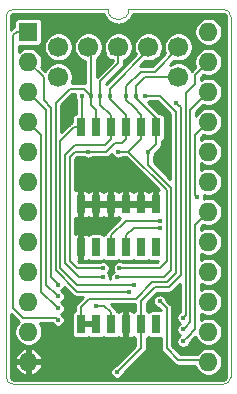
<source format=gbr>
%TF.GenerationSoftware,KiCad,Pcbnew,(5.1.5-0-10_14)*%
%TF.CreationDate,2021-03-11T16:13:23+01:00*%
%TF.ProjectId,C64-ROM-Adapter-LB,4336342d-524f-44d2-9d41-646170746572,1.1*%
%TF.SameCoordinates,Original*%
%TF.FileFunction,Copper,L1,Top*%
%TF.FilePolarity,Positive*%
%FSLAX46Y46*%
G04 Gerber Fmt 4.6, Leading zero omitted, Abs format (unit mm)*
G04 Created by KiCad (PCBNEW (5.1.5-0-10_14)) date 2021-03-11 16:13:23*
%MOMM*%
%LPD*%
G04 APERTURE LIST*
%ADD10C,0.050000*%
%ADD11R,0.760000X1.600000*%
%ADD12O,1.600000X1.600000*%
%ADD13R,1.600000X1.600000*%
%ADD14C,1.700000*%
%ADD15C,0.400000*%
%ADD16C,0.200000*%
%ADD17C,0.508000*%
%ADD18C,0.254000*%
G04 APERTURE END LIST*
D10*
X122809000Y-48895000D02*
X130810000Y-48895000D01*
X122809000Y-48895000D02*
G75*
G02X121031000Y-48895000I-889000J0D01*
G01*
X131445000Y-80010000D02*
G75*
G02X130810000Y-80645000I-635000J0D01*
G01*
X113030000Y-80645000D02*
G75*
G02X112395000Y-80010000I0J635000D01*
G01*
X112395000Y-49530000D02*
G75*
G02X113030000Y-48895000I635000J0D01*
G01*
X130810000Y-48895000D02*
G75*
G02X131445000Y-49530000I0J-635000D01*
G01*
X112395000Y-80010000D02*
X112395000Y-49530000D01*
X130810000Y-80645000D02*
X113030000Y-80645000D01*
X131445000Y-49530000D02*
X131445000Y-80010000D01*
X113030000Y-48895000D02*
X121031000Y-48895000D01*
D11*
X118745000Y-69055000D03*
X120015000Y-69045000D03*
X121285000Y-69045000D03*
X125095000Y-75565000D03*
X122555000Y-69045000D03*
X123825000Y-75565000D03*
X123825000Y-69045000D03*
X122555000Y-75565000D03*
X125095000Y-69045000D03*
X121285000Y-75565000D03*
X120015000Y-75565000D03*
X118745000Y-75565000D03*
X118745000Y-65405000D03*
X120015000Y-65405000D03*
X121285000Y-65405000D03*
X125095000Y-58885000D03*
X122555000Y-65405000D03*
X123825000Y-58885000D03*
X123825000Y-65405000D03*
X122555000Y-58885000D03*
X125095000Y-65405000D03*
X121285000Y-58885000D03*
X120015000Y-58885000D03*
X118745000Y-58895000D03*
D12*
X129540000Y-50800000D03*
X114300000Y-78740000D03*
X129540000Y-53340000D03*
X114300000Y-76200000D03*
X129540000Y-55880000D03*
X114300000Y-73660000D03*
X129540000Y-58420000D03*
X114300000Y-71120000D03*
X129540000Y-60960000D03*
X114300000Y-68580000D03*
X129540000Y-63500000D03*
X114300000Y-66040000D03*
X129540000Y-66040000D03*
X114300000Y-63500000D03*
X129540000Y-68580000D03*
X114300000Y-60960000D03*
X129540000Y-71120000D03*
X114300000Y-58420000D03*
X129540000Y-73660000D03*
X114300000Y-55880000D03*
X129540000Y-76200000D03*
X114300000Y-53340000D03*
X129540000Y-78740000D03*
D13*
X114300000Y-50800000D03*
D14*
X116840000Y-54610000D03*
X116840000Y-52070000D03*
X119380000Y-52070000D03*
X121920000Y-52070000D03*
X124460000Y-52070000D03*
X127000000Y-52070000D03*
X127000000Y-54610000D03*
D15*
X121800000Y-79600000D03*
X126799996Y-56800000D03*
X118800000Y-69600000D03*
X126000000Y-57800000D03*
X117400000Y-57800000D03*
X118200000Y-50400000D03*
X125800000Y-50400000D03*
X126200000Y-62400000D03*
X127400000Y-74999998D03*
X127400000Y-76000000D03*
X120000000Y-69000000D03*
X120000000Y-74000000D03*
X127400000Y-77000000D03*
X116800000Y-74200000D03*
X116800000Y-73200000D03*
X116800000Y-72200000D03*
X125400000Y-73600000D03*
X116800000Y-75200000D03*
X119600000Y-56200000D03*
X122800000Y-72800000D03*
X118800000Y-56200000D03*
X123200000Y-72200000D03*
X125400000Y-66800000D03*
X128600000Y-64800000D03*
X120400000Y-56200000D03*
X120600000Y-71600000D03*
X121200000Y-56200000D03*
X119380000Y-60960000D03*
X120600000Y-70800000D03*
X122600000Y-69000000D03*
X125400000Y-67400000D03*
X123800000Y-69400000D03*
X122600000Y-56200000D03*
X121920000Y-60960000D03*
X122000000Y-70800000D03*
X123400000Y-56200000D03*
X124460000Y-60960000D03*
X121800000Y-71600000D03*
X124200000Y-56200000D03*
D16*
X123825000Y-77575000D02*
X121999999Y-79400001D01*
X121999999Y-79400001D02*
X121800000Y-79600000D01*
X123825000Y-75565000D02*
X123825000Y-77575000D01*
X125000000Y-72400000D02*
X126200000Y-72400000D01*
X123825000Y-75565000D02*
X123825000Y-73575000D01*
X123825000Y-73575000D02*
X125000000Y-72400000D01*
X126200000Y-72400000D02*
X127200000Y-71400000D01*
X127200000Y-71400000D02*
X127200000Y-57200004D01*
X127200000Y-57200004D02*
X126999995Y-56999999D01*
X126999995Y-56999999D02*
X126799996Y-56800000D01*
X123200000Y-74199996D02*
X123200004Y-74200000D01*
D17*
X118745000Y-65405000D02*
X120015000Y-65405000D01*
X120015000Y-65405000D02*
X121285000Y-65405000D01*
X121285000Y-65405000D02*
X122555000Y-65405000D01*
X122555000Y-65405000D02*
X123825000Y-65405000D01*
X123825000Y-65405000D02*
X125095000Y-65405000D01*
D16*
X128400000Y-54480000D02*
X129540000Y-53340000D01*
X128400000Y-55200000D02*
X128400000Y-54480000D01*
X127600000Y-56000000D02*
X128400000Y-55200000D01*
X127600000Y-74799998D02*
X127600000Y-56000000D01*
X127400000Y-74999998D02*
X127600000Y-74799998D01*
X127599999Y-75800001D02*
X127400000Y-76000000D01*
X128000000Y-75400000D02*
X127599999Y-75800001D01*
X128000000Y-65400000D02*
X128000000Y-75400000D01*
X128000000Y-65200000D02*
X128000000Y-65400000D01*
X128000000Y-64200000D02*
X128000000Y-65400000D01*
X128000000Y-64400000D02*
X128000000Y-64200000D01*
X128000000Y-57400000D02*
X129520000Y-55880000D01*
X129520000Y-55880000D02*
X129540000Y-55880000D01*
X128000000Y-64200000D02*
X128000000Y-57400000D01*
X121285000Y-75565000D02*
X121285000Y-74565000D01*
X120720000Y-74000000D02*
X120000000Y-74000000D01*
X121285000Y-74565000D02*
X120720000Y-74000000D01*
X129540000Y-60960000D02*
X129540000Y-60940000D01*
X128439999Y-75960001D02*
X127800000Y-76600000D01*
X128439999Y-67140001D02*
X128439999Y-75960001D01*
X129540000Y-66040000D02*
X128439999Y-67140001D01*
X127400000Y-77000000D02*
X127800000Y-76600000D01*
X116600001Y-74000001D02*
X116800000Y-74200000D01*
X114300000Y-58420000D02*
X115400001Y-59520001D01*
X115400001Y-72800001D02*
X116600001Y-74000001D01*
X115400001Y-59520001D02*
X115400001Y-72800001D01*
X114300000Y-55880000D02*
X115800012Y-57380012D01*
X115800012Y-57380012D02*
X115800012Y-72200012D01*
X115800012Y-72200012D02*
X116600001Y-73000001D01*
X116600001Y-73000001D02*
X116800000Y-73200000D01*
X114300000Y-53340000D02*
X115600000Y-54640000D01*
X115600000Y-56614302D02*
X116200023Y-57214325D01*
X115600000Y-54640000D02*
X115600000Y-56614302D01*
X116200023Y-57214325D02*
X116200023Y-71600023D01*
X116600001Y-72000001D02*
X116800000Y-72200000D01*
X116200023Y-71600023D02*
X116600001Y-72000001D01*
X127000000Y-78600000D02*
X129400000Y-78600000D01*
X126000000Y-74200000D02*
X126000000Y-77600000D01*
X129400000Y-78600000D02*
X129540000Y-78740000D01*
X126000000Y-77600000D02*
X127000000Y-78600000D01*
X125400000Y-73600000D02*
X126000000Y-74200000D01*
X114300000Y-50800000D02*
X114300000Y-51500000D01*
X113000000Y-74200000D02*
X113800001Y-75000001D01*
X114300000Y-50800000D02*
X113300000Y-50800000D01*
X113000000Y-51100000D02*
X113000000Y-74200000D01*
X113800001Y-75000001D02*
X116600001Y-75000001D01*
X113300000Y-50800000D02*
X113000000Y-51100000D01*
X116600001Y-75000001D02*
X116800000Y-75200000D01*
X119380000Y-52130000D02*
X119380000Y-52070000D01*
X119600000Y-56200000D02*
X119600000Y-57000000D01*
X120015000Y-57415000D02*
X120015000Y-58885000D01*
X119600000Y-57000000D02*
X120015000Y-57415000D01*
X119600000Y-52290000D02*
X119380000Y-52070000D01*
X119600000Y-56200000D02*
X119600000Y-52290000D01*
X118400000Y-72800000D02*
X122517158Y-72800000D01*
X116600033Y-71000033D02*
X118400000Y-72800000D01*
X119600000Y-56200000D02*
X119000000Y-55600000D01*
X122517158Y-72800000D02*
X122800000Y-72800000D01*
X119000000Y-55600000D02*
X117800000Y-55600000D01*
X117800000Y-55600000D02*
X116600033Y-56799967D01*
X116600033Y-56799967D02*
X116600033Y-71000033D01*
X118800000Y-58840000D02*
X118800000Y-56200000D01*
X118745000Y-58895000D02*
X118800000Y-58840000D01*
X118400000Y-72200000D02*
X122917158Y-72200000D01*
X117000045Y-60059955D02*
X117000045Y-70800045D01*
X117000045Y-70800045D02*
X118400000Y-72200000D01*
X118165000Y-58895000D02*
X117000045Y-60059955D01*
X122917158Y-72200000D02*
X123200000Y-72200000D01*
X118745000Y-58895000D02*
X118165000Y-58895000D01*
X121285000Y-68045000D02*
X122530000Y-66800000D01*
X121285000Y-69045000D02*
X121285000Y-68045000D01*
X122530000Y-66800000D02*
X125400000Y-66800000D01*
X128400001Y-59559999D02*
X128740001Y-59219999D01*
X128740001Y-59219999D02*
X129540000Y-58420000D01*
X128400001Y-64600001D02*
X128400001Y-59559999D01*
X128600000Y-64800000D02*
X128400001Y-64600001D01*
X121285000Y-52705000D02*
X121920000Y-52070000D01*
X120400000Y-56200000D02*
X120400000Y-57000000D01*
X121285000Y-57885000D02*
X121285000Y-58885000D01*
X120400000Y-57000000D02*
X121285000Y-57885000D01*
X117400056Y-70400056D02*
X118600000Y-71600000D01*
X118600000Y-71600000D02*
X120317158Y-71600000D01*
X117400056Y-61199944D02*
X117400056Y-70400056D01*
X120317158Y-71600000D02*
X120600000Y-71600000D01*
X120770000Y-60400000D02*
X118200000Y-60400000D01*
X121285000Y-58885000D02*
X121285000Y-59885000D01*
X121285000Y-59885000D02*
X120770000Y-60400000D01*
X118200000Y-60400000D02*
X117400056Y-61199944D01*
X121920000Y-53480000D02*
X121920000Y-52070000D01*
X120400000Y-55000000D02*
X121920000Y-53480000D01*
X120400000Y-56200000D02*
X120400000Y-55000000D01*
X125025000Y-52635000D02*
X124460000Y-52070000D01*
X120840000Y-60960000D02*
X119380000Y-60960000D01*
X121600000Y-60200000D02*
X120840000Y-60960000D01*
X122555000Y-59885000D02*
X122240000Y-60200000D01*
X122240000Y-60200000D02*
X121600000Y-60200000D01*
X122555000Y-58885000D02*
X122555000Y-59885000D01*
X122555000Y-57885000D02*
X122555000Y-58885000D01*
X121200000Y-56530000D02*
X122555000Y-57885000D01*
X121200000Y-56200000D02*
X121200000Y-56530000D01*
X120317158Y-70800000D02*
X120600000Y-70800000D01*
X118400000Y-70800000D02*
X120317158Y-70800000D01*
X117800067Y-70200067D02*
X118400000Y-70800000D01*
X117800067Y-61399933D02*
X117800067Y-70200067D01*
X118240000Y-60960000D02*
X117800067Y-61399933D01*
X119380000Y-60960000D02*
X118240000Y-60960000D01*
X124460000Y-52340000D02*
X124460000Y-52070000D01*
X121200000Y-55600000D02*
X124460000Y-52340000D01*
X121200000Y-56200000D02*
X121200000Y-55600000D01*
X122555000Y-69045000D02*
X122555000Y-68045000D01*
X122555000Y-68045000D02*
X123200000Y-67400000D01*
X123200000Y-67400000D02*
X125117158Y-67400000D01*
X125117158Y-67400000D02*
X125400000Y-67400000D01*
X122750000Y-60960000D02*
X122627106Y-60960000D01*
X123825000Y-59885000D02*
X122750000Y-60960000D01*
X122627106Y-60960000D02*
X121920000Y-60960000D01*
X123825000Y-58885000D02*
X123825000Y-59885000D01*
X122760000Y-60960000D02*
X126000000Y-64200000D01*
X122750000Y-60960000D02*
X122760000Y-60960000D01*
X126000000Y-70200000D02*
X125400000Y-70800000D01*
X125400000Y-70800000D02*
X122000000Y-70800000D01*
X126000000Y-64200000D02*
X126000000Y-70200000D01*
X127000000Y-52200000D02*
X127000000Y-52070000D01*
X123800000Y-54200000D02*
X125000000Y-54200000D01*
X125000000Y-54200000D02*
X127000000Y-52200000D01*
X122600000Y-55400000D02*
X123800000Y-54200000D01*
X122600000Y-56200000D02*
X122600000Y-55400000D01*
X123825000Y-57885000D02*
X123825000Y-58885000D01*
X123200000Y-57200000D02*
X123825000Y-57885000D01*
X122600000Y-56600000D02*
X123200000Y-57200000D01*
X122600000Y-56200000D02*
X122600000Y-56600000D01*
X125095000Y-60325000D02*
X125095000Y-58885000D01*
X124460000Y-60960000D02*
X125095000Y-60325000D01*
X124990000Y-54610000D02*
X127000000Y-54610000D01*
X123400000Y-56200000D02*
X123400000Y-55400000D01*
X124200000Y-54600000D02*
X125000000Y-54600000D01*
X123400000Y-55400000D02*
X124200000Y-54600000D01*
X125000000Y-54600000D02*
X124990000Y-54610000D01*
X122082842Y-71600000D02*
X121800000Y-71600000D01*
X126400000Y-71000000D02*
X125800000Y-71600000D01*
X125800000Y-71600000D02*
X122082842Y-71600000D01*
X126400000Y-64000000D02*
X126400000Y-71000000D01*
X124460000Y-62060000D02*
X126400000Y-64000000D01*
X124460000Y-60960000D02*
X124460000Y-62060000D01*
X125095000Y-58095000D02*
X125095000Y-58885000D01*
X123400000Y-56400000D02*
X125095000Y-58095000D01*
X123400000Y-56200000D02*
X123400000Y-56400000D01*
D17*
X118745000Y-75565000D02*
X120015000Y-75565000D01*
D16*
X118745000Y-74565000D02*
X118745000Y-75565000D01*
X118745000Y-74114998D02*
X118745000Y-74565000D01*
X119459998Y-73400000D02*
X118745000Y-74114998D01*
X126800000Y-71200000D02*
X126000000Y-72000000D01*
X123400000Y-73400000D02*
X119459998Y-73400000D01*
X124800000Y-72000000D02*
X123400000Y-73400000D01*
X126000000Y-72000000D02*
X124800000Y-72000000D01*
X126800000Y-57600000D02*
X126800000Y-71200000D01*
X125400000Y-56200000D02*
X126800000Y-57600000D01*
X124200000Y-56200000D02*
X125400000Y-56200000D01*
D18*
G36*
X120715894Y-49367977D02*
G01*
X120730406Y-49401837D01*
X120744412Y-49435817D01*
X120747106Y-49440801D01*
X120747108Y-49440806D01*
X120747111Y-49440810D01*
X120830693Y-49592847D01*
X120851499Y-49623234D01*
X120871847Y-49653860D01*
X120875460Y-49658228D01*
X120986985Y-49791138D01*
X121013306Y-49816914D01*
X121039205Y-49842994D01*
X121043598Y-49846578D01*
X121178815Y-49955294D01*
X121209607Y-49975444D01*
X121240113Y-49996020D01*
X121245118Y-49998682D01*
X121398877Y-50079065D01*
X121433040Y-50092868D01*
X121466917Y-50107108D01*
X121472338Y-50108745D01*
X121472345Y-50108748D01*
X121472352Y-50108749D01*
X121638787Y-50157734D01*
X121674957Y-50164634D01*
X121710979Y-50172028D01*
X121716619Y-50172582D01*
X121716621Y-50172582D01*
X121889409Y-50188307D01*
X121926206Y-50188050D01*
X121963003Y-50188307D01*
X121968645Y-50187754D01*
X122141196Y-50169618D01*
X122177262Y-50162215D01*
X122213388Y-50155323D01*
X122218815Y-50153685D01*
X122384558Y-50102379D01*
X122418521Y-50088102D01*
X122452599Y-50074334D01*
X122457600Y-50071676D01*
X122457604Y-50071674D01*
X122457607Y-50071672D01*
X122610225Y-49989151D01*
X122640737Y-49968571D01*
X122671522Y-49948426D01*
X122675910Y-49944847D01*
X122675916Y-49944843D01*
X122675921Y-49944838D01*
X122809601Y-49834249D01*
X122835553Y-49808116D01*
X122861821Y-49782392D01*
X122865430Y-49778030D01*
X122865435Y-49778025D01*
X122865439Y-49778020D01*
X122975094Y-49643569D01*
X122995478Y-49612889D01*
X123016247Y-49582557D01*
X123018941Y-49577575D01*
X123018944Y-49577571D01*
X123018946Y-49577567D01*
X123100398Y-49424377D01*
X123114420Y-49390356D01*
X123128916Y-49356535D01*
X123130593Y-49351119D01*
X123145725Y-49301000D01*
X130790149Y-49301000D01*
X130854099Y-49307270D01*
X130896524Y-49320079D01*
X130935647Y-49340881D01*
X130969987Y-49368888D01*
X130998235Y-49403034D01*
X131019312Y-49442016D01*
X131032415Y-49484343D01*
X131039000Y-49546992D01*
X131039001Y-79990130D01*
X131032730Y-80054100D01*
X131019921Y-80096523D01*
X130999119Y-80135647D01*
X130971110Y-80169989D01*
X130936966Y-80198235D01*
X130897984Y-80219312D01*
X130855657Y-80232415D01*
X130793008Y-80239000D01*
X113049860Y-80239000D01*
X112985900Y-80232730D01*
X112943477Y-80219921D01*
X112904353Y-80199119D01*
X112870011Y-80171110D01*
X112841765Y-80136966D01*
X112820688Y-80097984D01*
X112807585Y-80055657D01*
X112801000Y-79993008D01*
X112801000Y-79049114D01*
X113160171Y-79049114D01*
X113180527Y-79116239D01*
X113275438Y-79327408D01*
X113409722Y-79516003D01*
X113578219Y-79674777D01*
X113774454Y-79797628D01*
X113990885Y-79879835D01*
X114173000Y-79818908D01*
X114173000Y-78867000D01*
X114427000Y-78867000D01*
X114427000Y-79818908D01*
X114609115Y-79879835D01*
X114825546Y-79797628D01*
X115021781Y-79674777D01*
X115190278Y-79516003D01*
X115324562Y-79327408D01*
X115419473Y-79116239D01*
X115439829Y-79049114D01*
X115378297Y-78867000D01*
X114427000Y-78867000D01*
X114173000Y-78867000D01*
X113221703Y-78867000D01*
X113160171Y-79049114D01*
X112801000Y-79049114D01*
X112801000Y-78430886D01*
X113160171Y-78430886D01*
X113221703Y-78613000D01*
X114173000Y-78613000D01*
X114173000Y-77661092D01*
X114427000Y-77661092D01*
X114427000Y-78613000D01*
X115378297Y-78613000D01*
X115439829Y-78430886D01*
X115419473Y-78363761D01*
X115324562Y-78152592D01*
X115190278Y-77963997D01*
X115021781Y-77805223D01*
X114825546Y-77682372D01*
X114609115Y-77600165D01*
X114427000Y-77661092D01*
X114173000Y-77661092D01*
X113990885Y-77600165D01*
X113774454Y-77682372D01*
X113578219Y-77805223D01*
X113409722Y-77963997D01*
X113275438Y-78152592D01*
X113180527Y-78363761D01*
X113160171Y-78430886D01*
X112801000Y-78430886D01*
X112801000Y-74681236D01*
X113443175Y-75323412D01*
X113458237Y-75341765D01*
X113474612Y-75355203D01*
X113382658Y-75447157D01*
X113253412Y-75640587D01*
X113164386Y-75855515D01*
X113119000Y-76083682D01*
X113119000Y-76316318D01*
X113164386Y-76544485D01*
X113253412Y-76759413D01*
X113382658Y-76952843D01*
X113547157Y-77117342D01*
X113740587Y-77246588D01*
X113955515Y-77335614D01*
X114183682Y-77381000D01*
X114416318Y-77381000D01*
X114644485Y-77335614D01*
X114859413Y-77246588D01*
X115052843Y-77117342D01*
X115217342Y-76952843D01*
X115346588Y-76759413D01*
X115435614Y-76544485D01*
X115481000Y-76316318D01*
X115481000Y-76083682D01*
X115435614Y-75855515D01*
X115346588Y-75640587D01*
X115239956Y-75481001D01*
X116288996Y-75481001D01*
X116348708Y-75570366D01*
X116429634Y-75651292D01*
X116524793Y-75714875D01*
X116630529Y-75758672D01*
X116742777Y-75781000D01*
X116857223Y-75781000D01*
X116969471Y-75758672D01*
X117075207Y-75714875D01*
X117170366Y-75651292D01*
X117251292Y-75570366D01*
X117314875Y-75475207D01*
X117358672Y-75369471D01*
X117381000Y-75257223D01*
X117381000Y-75142777D01*
X117358672Y-75030529D01*
X117314875Y-74924793D01*
X117251292Y-74829634D01*
X117170366Y-74748708D01*
X117097469Y-74700000D01*
X117170366Y-74651292D01*
X117251292Y-74570366D01*
X117314875Y-74475207D01*
X117358672Y-74369471D01*
X117381000Y-74257223D01*
X117381000Y-74142777D01*
X117358672Y-74030529D01*
X117314875Y-73924793D01*
X117251292Y-73829634D01*
X117170366Y-73748708D01*
X117097469Y-73700000D01*
X117170366Y-73651292D01*
X117251292Y-73570366D01*
X117314875Y-73475207D01*
X117358672Y-73369471D01*
X117381000Y-73257223D01*
X117381000Y-73142777D01*
X117358672Y-73030529D01*
X117314875Y-72924793D01*
X117251292Y-72829634D01*
X117170366Y-72748708D01*
X117097469Y-72700000D01*
X117170366Y-72651292D01*
X117251292Y-72570366D01*
X117314875Y-72475207D01*
X117338334Y-72418571D01*
X118043175Y-73123412D01*
X118058236Y-73141764D01*
X118131478Y-73201872D01*
X118215039Y-73246536D01*
X118278203Y-73265696D01*
X118305707Y-73274040D01*
X118400000Y-73283327D01*
X118423626Y-73281000D01*
X118898761Y-73281000D01*
X118421594Y-73758168D01*
X118403236Y-73773234D01*
X118343128Y-73846476D01*
X118298464Y-73930038D01*
X118279304Y-73993202D01*
X118270960Y-74020706D01*
X118261673Y-74114998D01*
X118264000Y-74138624D01*
X118264000Y-74397494D01*
X118218492Y-74411299D01*
X118152304Y-74446678D01*
X118094289Y-74494289D01*
X118046678Y-74552304D01*
X118011299Y-74618492D01*
X117989513Y-74690311D01*
X117982157Y-74765000D01*
X117982157Y-76365000D01*
X117989513Y-76439689D01*
X118011299Y-76511508D01*
X118046678Y-76577696D01*
X118094289Y-76635711D01*
X118152304Y-76683322D01*
X118218492Y-76718701D01*
X118290311Y-76740487D01*
X118365000Y-76747843D01*
X119125000Y-76747843D01*
X119199689Y-76740487D01*
X119271508Y-76718701D01*
X119337696Y-76683322D01*
X119380000Y-76648605D01*
X119422304Y-76683322D01*
X119488492Y-76718701D01*
X119560311Y-76740487D01*
X119635000Y-76747843D01*
X120395000Y-76747843D01*
X120469689Y-76740487D01*
X120541508Y-76718701D01*
X120607696Y-76683322D01*
X120650000Y-76648605D01*
X120692304Y-76683322D01*
X120758492Y-76718701D01*
X120830311Y-76740487D01*
X120905000Y-76747843D01*
X121665000Y-76747843D01*
X121739689Y-76740487D01*
X121811508Y-76718701D01*
X121877696Y-76683322D01*
X121920000Y-76648605D01*
X121962304Y-76683322D01*
X122028492Y-76718701D01*
X122100311Y-76740487D01*
X122175000Y-76747843D01*
X122332750Y-76746000D01*
X122428000Y-76650750D01*
X122428000Y-75692000D01*
X122408000Y-75692000D01*
X122408000Y-75438000D01*
X122428000Y-75438000D01*
X122428000Y-74479250D01*
X122332750Y-74384000D01*
X122175000Y-74382157D01*
X122100311Y-74389513D01*
X122028492Y-74411299D01*
X121962304Y-74446678D01*
X121920000Y-74481395D01*
X121877696Y-74446678D01*
X121811508Y-74411299D01*
X121739689Y-74389513D01*
X121734248Y-74388977D01*
X121731536Y-74380038D01*
X121697665Y-74316671D01*
X121686872Y-74296478D01*
X121626764Y-74223236D01*
X121608411Y-74208174D01*
X121281236Y-73881000D01*
X123344001Y-73881000D01*
X123344001Y-74397494D01*
X123298492Y-74411299D01*
X123232304Y-74446678D01*
X123190000Y-74481395D01*
X123147696Y-74446678D01*
X123081508Y-74411299D01*
X123009689Y-74389513D01*
X122935000Y-74382157D01*
X122777250Y-74384000D01*
X122682000Y-74479250D01*
X122682000Y-75438000D01*
X122702000Y-75438000D01*
X122702000Y-75692000D01*
X122682000Y-75692000D01*
X122682000Y-76650750D01*
X122777250Y-76746000D01*
X122935000Y-76747843D01*
X123009689Y-76740487D01*
X123081508Y-76718701D01*
X123147696Y-76683322D01*
X123190000Y-76648605D01*
X123232304Y-76683322D01*
X123298492Y-76718701D01*
X123344001Y-76732506D01*
X123344001Y-77375762D01*
X121690332Y-79029432D01*
X121630529Y-79041328D01*
X121524793Y-79085125D01*
X121429634Y-79148708D01*
X121348708Y-79229634D01*
X121285125Y-79324793D01*
X121241328Y-79430529D01*
X121219000Y-79542777D01*
X121219000Y-79657223D01*
X121241328Y-79769471D01*
X121285125Y-79875207D01*
X121348708Y-79970366D01*
X121429634Y-80051292D01*
X121524793Y-80114875D01*
X121630529Y-80158672D01*
X121742777Y-80181000D01*
X121857223Y-80181000D01*
X121969471Y-80158672D01*
X122075207Y-80114875D01*
X122170366Y-80051292D01*
X122251292Y-79970366D01*
X122314875Y-79875207D01*
X122358672Y-79769471D01*
X122370568Y-79709668D01*
X124148412Y-77931825D01*
X124166764Y-77916764D01*
X124226872Y-77843522D01*
X124271536Y-77759961D01*
X124299040Y-77669292D01*
X124305433Y-77604386D01*
X124308327Y-77575001D01*
X124306000Y-77551374D01*
X124306000Y-76732506D01*
X124351508Y-76718701D01*
X124417696Y-76683322D01*
X124460000Y-76648605D01*
X124502304Y-76683322D01*
X124568492Y-76718701D01*
X124640311Y-76740487D01*
X124715000Y-76747843D01*
X125475000Y-76747843D01*
X125519001Y-76743509D01*
X125519001Y-77576364D01*
X125516673Y-77600000D01*
X125525960Y-77694292D01*
X125553465Y-77784961D01*
X125598129Y-77868522D01*
X125658237Y-77941764D01*
X125676589Y-77956825D01*
X126643170Y-78923406D01*
X126658236Y-78941764D01*
X126731478Y-79001872D01*
X126770374Y-79022662D01*
X126815038Y-79046536D01*
X126905707Y-79074040D01*
X127000000Y-79083327D01*
X127023626Y-79081000D01*
X128403693Y-79081000D01*
X128404386Y-79084485D01*
X128493412Y-79299413D01*
X128622658Y-79492843D01*
X128787157Y-79657342D01*
X128980587Y-79786588D01*
X129195515Y-79875614D01*
X129423682Y-79921000D01*
X129656318Y-79921000D01*
X129884485Y-79875614D01*
X130099413Y-79786588D01*
X130292843Y-79657342D01*
X130457342Y-79492843D01*
X130586588Y-79299413D01*
X130675614Y-79084485D01*
X130721000Y-78856318D01*
X130721000Y-78623682D01*
X130675614Y-78395515D01*
X130586588Y-78180587D01*
X130457342Y-77987157D01*
X130292843Y-77822658D01*
X130099413Y-77693412D01*
X129884485Y-77604386D01*
X129656318Y-77559000D01*
X129423682Y-77559000D01*
X129195515Y-77604386D01*
X128980587Y-77693412D01*
X128787157Y-77822658D01*
X128622658Y-77987157D01*
X128534563Y-78119000D01*
X127199236Y-78119000D01*
X126481000Y-77400764D01*
X126481000Y-74223626D01*
X126483327Y-74199999D01*
X126474040Y-74105707D01*
X126456850Y-74049040D01*
X126446536Y-74015039D01*
X126401872Y-73931478D01*
X126341764Y-73858236D01*
X126323411Y-73843174D01*
X125970568Y-73490331D01*
X125958672Y-73430529D01*
X125914875Y-73324793D01*
X125851292Y-73229634D01*
X125770366Y-73148708D01*
X125675207Y-73085125D01*
X125569471Y-73041328D01*
X125457223Y-73019000D01*
X125342777Y-73019000D01*
X125230529Y-73041328D01*
X125124793Y-73085125D01*
X125029634Y-73148708D01*
X124948708Y-73229634D01*
X124885125Y-73324793D01*
X124841328Y-73430529D01*
X124819000Y-73542777D01*
X124819000Y-73657223D01*
X124841328Y-73769471D01*
X124885125Y-73875207D01*
X124948708Y-73970366D01*
X125029634Y-74051292D01*
X125124793Y-74114875D01*
X125230529Y-74158672D01*
X125290331Y-74170568D01*
X125504861Y-74385098D01*
X125475000Y-74382157D01*
X124715000Y-74382157D01*
X124640311Y-74389513D01*
X124568492Y-74411299D01*
X124502304Y-74446678D01*
X124460000Y-74481395D01*
X124417696Y-74446678D01*
X124351508Y-74411299D01*
X124306000Y-74397494D01*
X124306000Y-73774236D01*
X125199237Y-72881000D01*
X126176374Y-72881000D01*
X126200000Y-72883327D01*
X126223626Y-72881000D01*
X126294292Y-72874040D01*
X126384961Y-72846536D01*
X126468522Y-72801872D01*
X126541764Y-72741764D01*
X126556830Y-72723406D01*
X127119000Y-72161236D01*
X127119000Y-74488994D01*
X127029634Y-74548706D01*
X126948708Y-74629632D01*
X126885125Y-74724791D01*
X126841328Y-74830527D01*
X126819000Y-74942775D01*
X126819000Y-75057221D01*
X126841328Y-75169469D01*
X126885125Y-75275205D01*
X126948708Y-75370364D01*
X127029634Y-75451290D01*
X127102532Y-75499999D01*
X127029634Y-75548708D01*
X126948708Y-75629634D01*
X126885125Y-75724793D01*
X126841328Y-75830529D01*
X126819000Y-75942777D01*
X126819000Y-76057223D01*
X126841328Y-76169471D01*
X126885125Y-76275207D01*
X126948708Y-76370366D01*
X127029634Y-76451292D01*
X127102531Y-76500000D01*
X127029634Y-76548708D01*
X126948708Y-76629634D01*
X126885125Y-76724793D01*
X126841328Y-76830529D01*
X126819000Y-76942777D01*
X126819000Y-77057223D01*
X126841328Y-77169471D01*
X126885125Y-77275207D01*
X126948708Y-77370366D01*
X127029634Y-77451292D01*
X127124793Y-77514875D01*
X127230529Y-77558672D01*
X127342777Y-77581000D01*
X127457223Y-77581000D01*
X127569471Y-77558672D01*
X127675207Y-77514875D01*
X127770366Y-77451292D01*
X127851292Y-77370366D01*
X127914875Y-77275207D01*
X127958672Y-77169471D01*
X127970568Y-77109669D01*
X128156824Y-76923413D01*
X128156828Y-76923408D01*
X128442862Y-76637374D01*
X128493412Y-76759413D01*
X128622658Y-76952843D01*
X128787157Y-77117342D01*
X128980587Y-77246588D01*
X129195515Y-77335614D01*
X129423682Y-77381000D01*
X129656318Y-77381000D01*
X129884485Y-77335614D01*
X130099413Y-77246588D01*
X130292843Y-77117342D01*
X130457342Y-76952843D01*
X130586588Y-76759413D01*
X130675614Y-76544485D01*
X130721000Y-76316318D01*
X130721000Y-76083682D01*
X130675614Y-75855515D01*
X130586588Y-75640587D01*
X130457342Y-75447157D01*
X130292843Y-75282658D01*
X130099413Y-75153412D01*
X129884485Y-75064386D01*
X129656318Y-75019000D01*
X129423682Y-75019000D01*
X129195515Y-75064386D01*
X128980587Y-75153412D01*
X128920999Y-75193227D01*
X128920999Y-74666773D01*
X128980587Y-74706588D01*
X129195515Y-74795614D01*
X129423682Y-74841000D01*
X129656318Y-74841000D01*
X129884485Y-74795614D01*
X130099413Y-74706588D01*
X130292843Y-74577342D01*
X130457342Y-74412843D01*
X130586588Y-74219413D01*
X130675614Y-74004485D01*
X130721000Y-73776318D01*
X130721000Y-73543682D01*
X130675614Y-73315515D01*
X130586588Y-73100587D01*
X130457342Y-72907157D01*
X130292843Y-72742658D01*
X130099413Y-72613412D01*
X129884485Y-72524386D01*
X129656318Y-72479000D01*
X129423682Y-72479000D01*
X129195515Y-72524386D01*
X128980587Y-72613412D01*
X128920999Y-72653227D01*
X128920999Y-72126773D01*
X128980587Y-72166588D01*
X129195515Y-72255614D01*
X129423682Y-72301000D01*
X129656318Y-72301000D01*
X129884485Y-72255614D01*
X130099413Y-72166588D01*
X130292843Y-72037342D01*
X130457342Y-71872843D01*
X130586588Y-71679413D01*
X130675614Y-71464485D01*
X130721000Y-71236318D01*
X130721000Y-71003682D01*
X130675614Y-70775515D01*
X130586588Y-70560587D01*
X130457342Y-70367157D01*
X130292843Y-70202658D01*
X130099413Y-70073412D01*
X129884485Y-69984386D01*
X129656318Y-69939000D01*
X129423682Y-69939000D01*
X129195515Y-69984386D01*
X128980587Y-70073412D01*
X128920999Y-70113227D01*
X128920999Y-69586773D01*
X128980587Y-69626588D01*
X129195515Y-69715614D01*
X129423682Y-69761000D01*
X129656318Y-69761000D01*
X129884485Y-69715614D01*
X130099413Y-69626588D01*
X130292843Y-69497342D01*
X130457342Y-69332843D01*
X130586588Y-69139413D01*
X130675614Y-68924485D01*
X130721000Y-68696318D01*
X130721000Y-68463682D01*
X130675614Y-68235515D01*
X130586588Y-68020587D01*
X130457342Y-67827157D01*
X130292843Y-67662658D01*
X130099413Y-67533412D01*
X129884485Y-67444386D01*
X129656318Y-67399000D01*
X129423682Y-67399000D01*
X129195515Y-67444386D01*
X128980587Y-67533412D01*
X128920999Y-67573227D01*
X128920999Y-67339237D01*
X129117102Y-67143134D01*
X129195515Y-67175614D01*
X129423682Y-67221000D01*
X129656318Y-67221000D01*
X129884485Y-67175614D01*
X130099413Y-67086588D01*
X130292843Y-66957342D01*
X130457342Y-66792843D01*
X130586588Y-66599413D01*
X130675614Y-66384485D01*
X130721000Y-66156318D01*
X130721000Y-65923682D01*
X130675614Y-65695515D01*
X130586588Y-65480587D01*
X130457342Y-65287157D01*
X130292843Y-65122658D01*
X130099413Y-64993412D01*
X129884485Y-64904386D01*
X129656318Y-64859000D01*
X129423682Y-64859000D01*
X129195515Y-64904386D01*
X129169473Y-64915173D01*
X129181000Y-64857223D01*
X129181000Y-64742777D01*
X129158672Y-64630529D01*
X129153584Y-64618246D01*
X129195515Y-64635614D01*
X129423682Y-64681000D01*
X129656318Y-64681000D01*
X129884485Y-64635614D01*
X130099413Y-64546588D01*
X130292843Y-64417342D01*
X130457342Y-64252843D01*
X130586588Y-64059413D01*
X130675614Y-63844485D01*
X130721000Y-63616318D01*
X130721000Y-63383682D01*
X130675614Y-63155515D01*
X130586588Y-62940587D01*
X130457342Y-62747157D01*
X130292843Y-62582658D01*
X130099413Y-62453412D01*
X129884485Y-62364386D01*
X129656318Y-62319000D01*
X129423682Y-62319000D01*
X129195515Y-62364386D01*
X128980587Y-62453412D01*
X128881001Y-62519953D01*
X128881001Y-61940047D01*
X128980587Y-62006588D01*
X129195515Y-62095614D01*
X129423682Y-62141000D01*
X129656318Y-62141000D01*
X129884485Y-62095614D01*
X130099413Y-62006588D01*
X130292843Y-61877342D01*
X130457342Y-61712843D01*
X130586588Y-61519413D01*
X130675614Y-61304485D01*
X130721000Y-61076318D01*
X130721000Y-60843682D01*
X130675614Y-60615515D01*
X130586588Y-60400587D01*
X130457342Y-60207157D01*
X130292843Y-60042658D01*
X130099413Y-59913412D01*
X129884485Y-59824386D01*
X129656318Y-59779000D01*
X129423682Y-59779000D01*
X129195515Y-59824386D01*
X128980587Y-59913412D01*
X128881001Y-59979953D01*
X128881001Y-59759235D01*
X129117102Y-59523134D01*
X129195515Y-59555614D01*
X129423682Y-59601000D01*
X129656318Y-59601000D01*
X129884485Y-59555614D01*
X130099413Y-59466588D01*
X130292843Y-59337342D01*
X130457342Y-59172843D01*
X130586588Y-58979413D01*
X130675614Y-58764485D01*
X130721000Y-58536318D01*
X130721000Y-58303682D01*
X130675614Y-58075515D01*
X130586588Y-57860587D01*
X130457342Y-57667157D01*
X130292843Y-57502658D01*
X130099413Y-57373412D01*
X129884485Y-57284386D01*
X129656318Y-57239000D01*
X129423682Y-57239000D01*
X129195515Y-57284386D01*
X128980587Y-57373412D01*
X128787157Y-57502658D01*
X128622658Y-57667157D01*
X128493412Y-57860587D01*
X128481000Y-57890552D01*
X128481000Y-57599236D01*
X129102960Y-56977276D01*
X129195515Y-57015614D01*
X129423682Y-57061000D01*
X129656318Y-57061000D01*
X129884485Y-57015614D01*
X130099413Y-56926588D01*
X130292843Y-56797342D01*
X130457342Y-56632843D01*
X130586588Y-56439413D01*
X130675614Y-56224485D01*
X130721000Y-55996318D01*
X130721000Y-55763682D01*
X130675614Y-55535515D01*
X130586588Y-55320587D01*
X130457342Y-55127157D01*
X130292843Y-54962658D01*
X130099413Y-54833412D01*
X129884485Y-54744386D01*
X129656318Y-54699000D01*
X129423682Y-54699000D01*
X129195515Y-54744386D01*
X128980587Y-54833412D01*
X128881000Y-54899954D01*
X128881000Y-54679236D01*
X129117102Y-54443134D01*
X129195515Y-54475614D01*
X129423682Y-54521000D01*
X129656318Y-54521000D01*
X129884485Y-54475614D01*
X130099413Y-54386588D01*
X130292843Y-54257342D01*
X130457342Y-54092843D01*
X130586588Y-53899413D01*
X130675614Y-53684485D01*
X130721000Y-53456318D01*
X130721000Y-53223682D01*
X130675614Y-52995515D01*
X130586588Y-52780587D01*
X130457342Y-52587157D01*
X130292843Y-52422658D01*
X130099413Y-52293412D01*
X129884485Y-52204386D01*
X129656318Y-52159000D01*
X129423682Y-52159000D01*
X129195515Y-52204386D01*
X128980587Y-52293412D01*
X128787157Y-52422658D01*
X128622658Y-52587157D01*
X128493412Y-52780587D01*
X128404386Y-52995515D01*
X128359000Y-53223682D01*
X128359000Y-53456318D01*
X128404386Y-53684485D01*
X128436866Y-53762898D01*
X128114904Y-54084860D01*
X128090898Y-54026903D01*
X127956180Y-53825283D01*
X127784717Y-53653820D01*
X127583097Y-53519102D01*
X127359069Y-53426307D01*
X127121243Y-53379000D01*
X126878757Y-53379000D01*
X126640931Y-53426307D01*
X126416903Y-53519102D01*
X126248835Y-53631401D01*
X126630758Y-53249479D01*
X126640931Y-53253693D01*
X126878757Y-53301000D01*
X127121243Y-53301000D01*
X127359069Y-53253693D01*
X127583097Y-53160898D01*
X127784717Y-53026180D01*
X127956180Y-52854717D01*
X128090898Y-52653097D01*
X128183693Y-52429069D01*
X128231000Y-52191243D01*
X128231000Y-51948757D01*
X128183693Y-51710931D01*
X128090898Y-51486903D01*
X127956180Y-51285283D01*
X127784717Y-51113820D01*
X127583097Y-50979102D01*
X127359069Y-50886307D01*
X127121243Y-50839000D01*
X126878757Y-50839000D01*
X126640931Y-50886307D01*
X126416903Y-50979102D01*
X126215283Y-51113820D01*
X126043820Y-51285283D01*
X125909102Y-51486903D01*
X125816307Y-51710931D01*
X125769000Y-51948757D01*
X125769000Y-52191243D01*
X125816307Y-52429069D01*
X125896673Y-52623090D01*
X124800764Y-53719000D01*
X123823623Y-53719000D01*
X123799999Y-53716673D01*
X123776375Y-53719000D01*
X123776374Y-53719000D01*
X123759583Y-53720654D01*
X124205703Y-53274534D01*
X124338757Y-53301000D01*
X124581243Y-53301000D01*
X124819069Y-53253693D01*
X125043097Y-53160898D01*
X125121886Y-53108253D01*
X125209961Y-53081536D01*
X125293522Y-53036871D01*
X125366764Y-52976764D01*
X125426871Y-52903522D01*
X125471536Y-52819961D01*
X125498253Y-52731886D01*
X125550898Y-52653097D01*
X125643693Y-52429069D01*
X125691000Y-52191243D01*
X125691000Y-51948757D01*
X125643693Y-51710931D01*
X125550898Y-51486903D01*
X125416180Y-51285283D01*
X125244717Y-51113820D01*
X125043097Y-50979102D01*
X124819069Y-50886307D01*
X124581243Y-50839000D01*
X124338757Y-50839000D01*
X124100931Y-50886307D01*
X123876903Y-50979102D01*
X123675283Y-51113820D01*
X123503820Y-51285283D01*
X123369102Y-51486903D01*
X123276307Y-51710931D01*
X123229000Y-51948757D01*
X123229000Y-52191243D01*
X123276307Y-52429069D01*
X123369102Y-52653097D01*
X123408181Y-52711583D01*
X120881000Y-55238764D01*
X120881000Y-55199236D01*
X122243406Y-53836830D01*
X122261764Y-53821764D01*
X122321872Y-53748522D01*
X122342662Y-53709626D01*
X122366536Y-53664962D01*
X122394040Y-53574293D01*
X122403327Y-53480000D01*
X122401000Y-53456374D01*
X122401000Y-53203188D01*
X122503097Y-53160898D01*
X122704717Y-53026180D01*
X122876180Y-52854717D01*
X123010898Y-52653097D01*
X123103693Y-52429069D01*
X123151000Y-52191243D01*
X123151000Y-51948757D01*
X123103693Y-51710931D01*
X123010898Y-51486903D01*
X122876180Y-51285283D01*
X122704717Y-51113820D01*
X122503097Y-50979102D01*
X122279069Y-50886307D01*
X122041243Y-50839000D01*
X121798757Y-50839000D01*
X121560931Y-50886307D01*
X121336903Y-50979102D01*
X121135283Y-51113820D01*
X120963820Y-51285283D01*
X120829102Y-51486903D01*
X120736307Y-51710931D01*
X120689000Y-51948757D01*
X120689000Y-52191243D01*
X120736307Y-52429069D01*
X120811207Y-52609894D01*
X120810960Y-52610708D01*
X120801673Y-52705000D01*
X120810960Y-52799292D01*
X120838465Y-52889961D01*
X120883129Y-52973522D01*
X120943237Y-53046763D01*
X121016478Y-53106871D01*
X121100039Y-53151535D01*
X121190708Y-53179040D01*
X121285000Y-53188327D01*
X121379292Y-53179040D01*
X121380106Y-53178793D01*
X121439000Y-53203188D01*
X121439000Y-53280764D01*
X120081000Y-54638764D01*
X120081000Y-53082118D01*
X120164717Y-53026180D01*
X120336180Y-52854717D01*
X120470898Y-52653097D01*
X120563693Y-52429069D01*
X120611000Y-52191243D01*
X120611000Y-51948757D01*
X120563693Y-51710931D01*
X120470898Y-51486903D01*
X120336180Y-51285283D01*
X120164717Y-51113820D01*
X119963097Y-50979102D01*
X119739069Y-50886307D01*
X119501243Y-50839000D01*
X119258757Y-50839000D01*
X119020931Y-50886307D01*
X118796903Y-50979102D01*
X118595283Y-51113820D01*
X118423820Y-51285283D01*
X118289102Y-51486903D01*
X118196307Y-51710931D01*
X118149000Y-51948757D01*
X118149000Y-52191243D01*
X118196307Y-52429069D01*
X118289102Y-52653097D01*
X118423820Y-52854717D01*
X118595283Y-53026180D01*
X118796903Y-53160898D01*
X119020931Y-53253693D01*
X119119001Y-53273200D01*
X119119000Y-55133455D01*
X119094292Y-55125960D01*
X119023626Y-55119000D01*
X119000000Y-55116673D01*
X118976374Y-55119000D01*
X117961590Y-55119000D01*
X118023693Y-54969069D01*
X118071000Y-54731243D01*
X118071000Y-54488757D01*
X118023693Y-54250931D01*
X117930898Y-54026903D01*
X117796180Y-53825283D01*
X117624717Y-53653820D01*
X117423097Y-53519102D01*
X117199069Y-53426307D01*
X116961243Y-53379000D01*
X116718757Y-53379000D01*
X116480931Y-53426307D01*
X116256903Y-53519102D01*
X116055283Y-53653820D01*
X115883820Y-53825283D01*
X115749102Y-54026903D01*
X115725096Y-54084860D01*
X115403134Y-53762898D01*
X115435614Y-53684485D01*
X115481000Y-53456318D01*
X115481000Y-53223682D01*
X115435614Y-52995515D01*
X115346588Y-52780587D01*
X115217342Y-52587157D01*
X115052843Y-52422658D01*
X114859413Y-52293412D01*
X114644485Y-52204386D01*
X114416318Y-52159000D01*
X114183682Y-52159000D01*
X113955515Y-52204386D01*
X113740587Y-52293412D01*
X113547157Y-52422658D01*
X113481000Y-52488815D01*
X113481000Y-51980972D01*
X113500000Y-51982843D01*
X114295086Y-51982843D01*
X114300000Y-51983327D01*
X114304914Y-51982843D01*
X115100000Y-51982843D01*
X115174689Y-51975487D01*
X115246508Y-51953701D01*
X115255757Y-51948757D01*
X115609000Y-51948757D01*
X115609000Y-52191243D01*
X115656307Y-52429069D01*
X115749102Y-52653097D01*
X115883820Y-52854717D01*
X116055283Y-53026180D01*
X116256903Y-53160898D01*
X116480931Y-53253693D01*
X116718757Y-53301000D01*
X116961243Y-53301000D01*
X117199069Y-53253693D01*
X117423097Y-53160898D01*
X117624717Y-53026180D01*
X117796180Y-52854717D01*
X117930898Y-52653097D01*
X118023693Y-52429069D01*
X118071000Y-52191243D01*
X118071000Y-51948757D01*
X118023693Y-51710931D01*
X117930898Y-51486903D01*
X117796180Y-51285283D01*
X117624717Y-51113820D01*
X117423097Y-50979102D01*
X117199069Y-50886307D01*
X116961243Y-50839000D01*
X116718757Y-50839000D01*
X116480931Y-50886307D01*
X116256903Y-50979102D01*
X116055283Y-51113820D01*
X115883820Y-51285283D01*
X115749102Y-51486903D01*
X115656307Y-51710931D01*
X115609000Y-51948757D01*
X115255757Y-51948757D01*
X115312696Y-51918322D01*
X115370711Y-51870711D01*
X115418322Y-51812696D01*
X115453701Y-51746508D01*
X115475487Y-51674689D01*
X115482843Y-51600000D01*
X115482843Y-50683682D01*
X128359000Y-50683682D01*
X128359000Y-50916318D01*
X128404386Y-51144485D01*
X128493412Y-51359413D01*
X128622658Y-51552843D01*
X128787157Y-51717342D01*
X128980587Y-51846588D01*
X129195515Y-51935614D01*
X129423682Y-51981000D01*
X129656318Y-51981000D01*
X129884485Y-51935614D01*
X130099413Y-51846588D01*
X130292843Y-51717342D01*
X130457342Y-51552843D01*
X130586588Y-51359413D01*
X130675614Y-51144485D01*
X130721000Y-50916318D01*
X130721000Y-50683682D01*
X130675614Y-50455515D01*
X130586588Y-50240587D01*
X130457342Y-50047157D01*
X130292843Y-49882658D01*
X130099413Y-49753412D01*
X129884485Y-49664386D01*
X129656318Y-49619000D01*
X129423682Y-49619000D01*
X129195515Y-49664386D01*
X128980587Y-49753412D01*
X128787157Y-49882658D01*
X128622658Y-50047157D01*
X128493412Y-50240587D01*
X128404386Y-50455515D01*
X128359000Y-50683682D01*
X115482843Y-50683682D01*
X115482843Y-50000000D01*
X115475487Y-49925311D01*
X115453701Y-49853492D01*
X115418322Y-49787304D01*
X115370711Y-49729289D01*
X115312696Y-49681678D01*
X115246508Y-49646299D01*
X115174689Y-49624513D01*
X115100000Y-49617157D01*
X113500000Y-49617157D01*
X113425311Y-49624513D01*
X113353492Y-49646299D01*
X113287304Y-49681678D01*
X113229289Y-49729289D01*
X113181678Y-49787304D01*
X113146299Y-49853492D01*
X113124513Y-49925311D01*
X113117157Y-50000000D01*
X113117157Y-50352822D01*
X113115039Y-50353464D01*
X113031478Y-50398128D01*
X112958236Y-50458236D01*
X112943170Y-50476594D01*
X112801000Y-50618764D01*
X112801000Y-49549851D01*
X112807270Y-49485901D01*
X112820079Y-49443476D01*
X112840881Y-49404353D01*
X112868888Y-49370013D01*
X112903034Y-49341765D01*
X112942016Y-49320688D01*
X112984343Y-49307585D01*
X113046992Y-49301000D01*
X120694648Y-49301000D01*
X120715894Y-49367977D01*
G37*
X120715894Y-49367977D02*
X120730406Y-49401837D01*
X120744412Y-49435817D01*
X120747106Y-49440801D01*
X120747108Y-49440806D01*
X120747111Y-49440810D01*
X120830693Y-49592847D01*
X120851499Y-49623234D01*
X120871847Y-49653860D01*
X120875460Y-49658228D01*
X120986985Y-49791138D01*
X121013306Y-49816914D01*
X121039205Y-49842994D01*
X121043598Y-49846578D01*
X121178815Y-49955294D01*
X121209607Y-49975444D01*
X121240113Y-49996020D01*
X121245118Y-49998682D01*
X121398877Y-50079065D01*
X121433040Y-50092868D01*
X121466917Y-50107108D01*
X121472338Y-50108745D01*
X121472345Y-50108748D01*
X121472352Y-50108749D01*
X121638787Y-50157734D01*
X121674957Y-50164634D01*
X121710979Y-50172028D01*
X121716619Y-50172582D01*
X121716621Y-50172582D01*
X121889409Y-50188307D01*
X121926206Y-50188050D01*
X121963003Y-50188307D01*
X121968645Y-50187754D01*
X122141196Y-50169618D01*
X122177262Y-50162215D01*
X122213388Y-50155323D01*
X122218815Y-50153685D01*
X122384558Y-50102379D01*
X122418521Y-50088102D01*
X122452599Y-50074334D01*
X122457600Y-50071676D01*
X122457604Y-50071674D01*
X122457607Y-50071672D01*
X122610225Y-49989151D01*
X122640737Y-49968571D01*
X122671522Y-49948426D01*
X122675910Y-49944847D01*
X122675916Y-49944843D01*
X122675921Y-49944838D01*
X122809601Y-49834249D01*
X122835553Y-49808116D01*
X122861821Y-49782392D01*
X122865430Y-49778030D01*
X122865435Y-49778025D01*
X122865439Y-49778020D01*
X122975094Y-49643569D01*
X122995478Y-49612889D01*
X123016247Y-49582557D01*
X123018941Y-49577575D01*
X123018944Y-49577571D01*
X123018946Y-49577567D01*
X123100398Y-49424377D01*
X123114420Y-49390356D01*
X123128916Y-49356535D01*
X123130593Y-49351119D01*
X123145725Y-49301000D01*
X130790149Y-49301000D01*
X130854099Y-49307270D01*
X130896524Y-49320079D01*
X130935647Y-49340881D01*
X130969987Y-49368888D01*
X130998235Y-49403034D01*
X131019312Y-49442016D01*
X131032415Y-49484343D01*
X131039000Y-49546992D01*
X131039001Y-79990130D01*
X131032730Y-80054100D01*
X131019921Y-80096523D01*
X130999119Y-80135647D01*
X130971110Y-80169989D01*
X130936966Y-80198235D01*
X130897984Y-80219312D01*
X130855657Y-80232415D01*
X130793008Y-80239000D01*
X113049860Y-80239000D01*
X112985900Y-80232730D01*
X112943477Y-80219921D01*
X112904353Y-80199119D01*
X112870011Y-80171110D01*
X112841765Y-80136966D01*
X112820688Y-80097984D01*
X112807585Y-80055657D01*
X112801000Y-79993008D01*
X112801000Y-79049114D01*
X113160171Y-79049114D01*
X113180527Y-79116239D01*
X113275438Y-79327408D01*
X113409722Y-79516003D01*
X113578219Y-79674777D01*
X113774454Y-79797628D01*
X113990885Y-79879835D01*
X114173000Y-79818908D01*
X114173000Y-78867000D01*
X114427000Y-78867000D01*
X114427000Y-79818908D01*
X114609115Y-79879835D01*
X114825546Y-79797628D01*
X115021781Y-79674777D01*
X115190278Y-79516003D01*
X115324562Y-79327408D01*
X115419473Y-79116239D01*
X115439829Y-79049114D01*
X115378297Y-78867000D01*
X114427000Y-78867000D01*
X114173000Y-78867000D01*
X113221703Y-78867000D01*
X113160171Y-79049114D01*
X112801000Y-79049114D01*
X112801000Y-78430886D01*
X113160171Y-78430886D01*
X113221703Y-78613000D01*
X114173000Y-78613000D01*
X114173000Y-77661092D01*
X114427000Y-77661092D01*
X114427000Y-78613000D01*
X115378297Y-78613000D01*
X115439829Y-78430886D01*
X115419473Y-78363761D01*
X115324562Y-78152592D01*
X115190278Y-77963997D01*
X115021781Y-77805223D01*
X114825546Y-77682372D01*
X114609115Y-77600165D01*
X114427000Y-77661092D01*
X114173000Y-77661092D01*
X113990885Y-77600165D01*
X113774454Y-77682372D01*
X113578219Y-77805223D01*
X113409722Y-77963997D01*
X113275438Y-78152592D01*
X113180527Y-78363761D01*
X113160171Y-78430886D01*
X112801000Y-78430886D01*
X112801000Y-74681236D01*
X113443175Y-75323412D01*
X113458237Y-75341765D01*
X113474612Y-75355203D01*
X113382658Y-75447157D01*
X113253412Y-75640587D01*
X113164386Y-75855515D01*
X113119000Y-76083682D01*
X113119000Y-76316318D01*
X113164386Y-76544485D01*
X113253412Y-76759413D01*
X113382658Y-76952843D01*
X113547157Y-77117342D01*
X113740587Y-77246588D01*
X113955515Y-77335614D01*
X114183682Y-77381000D01*
X114416318Y-77381000D01*
X114644485Y-77335614D01*
X114859413Y-77246588D01*
X115052843Y-77117342D01*
X115217342Y-76952843D01*
X115346588Y-76759413D01*
X115435614Y-76544485D01*
X115481000Y-76316318D01*
X115481000Y-76083682D01*
X115435614Y-75855515D01*
X115346588Y-75640587D01*
X115239956Y-75481001D01*
X116288996Y-75481001D01*
X116348708Y-75570366D01*
X116429634Y-75651292D01*
X116524793Y-75714875D01*
X116630529Y-75758672D01*
X116742777Y-75781000D01*
X116857223Y-75781000D01*
X116969471Y-75758672D01*
X117075207Y-75714875D01*
X117170366Y-75651292D01*
X117251292Y-75570366D01*
X117314875Y-75475207D01*
X117358672Y-75369471D01*
X117381000Y-75257223D01*
X117381000Y-75142777D01*
X117358672Y-75030529D01*
X117314875Y-74924793D01*
X117251292Y-74829634D01*
X117170366Y-74748708D01*
X117097469Y-74700000D01*
X117170366Y-74651292D01*
X117251292Y-74570366D01*
X117314875Y-74475207D01*
X117358672Y-74369471D01*
X117381000Y-74257223D01*
X117381000Y-74142777D01*
X117358672Y-74030529D01*
X117314875Y-73924793D01*
X117251292Y-73829634D01*
X117170366Y-73748708D01*
X117097469Y-73700000D01*
X117170366Y-73651292D01*
X117251292Y-73570366D01*
X117314875Y-73475207D01*
X117358672Y-73369471D01*
X117381000Y-73257223D01*
X117381000Y-73142777D01*
X117358672Y-73030529D01*
X117314875Y-72924793D01*
X117251292Y-72829634D01*
X117170366Y-72748708D01*
X117097469Y-72700000D01*
X117170366Y-72651292D01*
X117251292Y-72570366D01*
X117314875Y-72475207D01*
X117338334Y-72418571D01*
X118043175Y-73123412D01*
X118058236Y-73141764D01*
X118131478Y-73201872D01*
X118215039Y-73246536D01*
X118278203Y-73265696D01*
X118305707Y-73274040D01*
X118400000Y-73283327D01*
X118423626Y-73281000D01*
X118898761Y-73281000D01*
X118421594Y-73758168D01*
X118403236Y-73773234D01*
X118343128Y-73846476D01*
X118298464Y-73930038D01*
X118279304Y-73993202D01*
X118270960Y-74020706D01*
X118261673Y-74114998D01*
X118264000Y-74138624D01*
X118264000Y-74397494D01*
X118218492Y-74411299D01*
X118152304Y-74446678D01*
X118094289Y-74494289D01*
X118046678Y-74552304D01*
X118011299Y-74618492D01*
X117989513Y-74690311D01*
X117982157Y-74765000D01*
X117982157Y-76365000D01*
X117989513Y-76439689D01*
X118011299Y-76511508D01*
X118046678Y-76577696D01*
X118094289Y-76635711D01*
X118152304Y-76683322D01*
X118218492Y-76718701D01*
X118290311Y-76740487D01*
X118365000Y-76747843D01*
X119125000Y-76747843D01*
X119199689Y-76740487D01*
X119271508Y-76718701D01*
X119337696Y-76683322D01*
X119380000Y-76648605D01*
X119422304Y-76683322D01*
X119488492Y-76718701D01*
X119560311Y-76740487D01*
X119635000Y-76747843D01*
X120395000Y-76747843D01*
X120469689Y-76740487D01*
X120541508Y-76718701D01*
X120607696Y-76683322D01*
X120650000Y-76648605D01*
X120692304Y-76683322D01*
X120758492Y-76718701D01*
X120830311Y-76740487D01*
X120905000Y-76747843D01*
X121665000Y-76747843D01*
X121739689Y-76740487D01*
X121811508Y-76718701D01*
X121877696Y-76683322D01*
X121920000Y-76648605D01*
X121962304Y-76683322D01*
X122028492Y-76718701D01*
X122100311Y-76740487D01*
X122175000Y-76747843D01*
X122332750Y-76746000D01*
X122428000Y-76650750D01*
X122428000Y-75692000D01*
X122408000Y-75692000D01*
X122408000Y-75438000D01*
X122428000Y-75438000D01*
X122428000Y-74479250D01*
X122332750Y-74384000D01*
X122175000Y-74382157D01*
X122100311Y-74389513D01*
X122028492Y-74411299D01*
X121962304Y-74446678D01*
X121920000Y-74481395D01*
X121877696Y-74446678D01*
X121811508Y-74411299D01*
X121739689Y-74389513D01*
X121734248Y-74388977D01*
X121731536Y-74380038D01*
X121697665Y-74316671D01*
X121686872Y-74296478D01*
X121626764Y-74223236D01*
X121608411Y-74208174D01*
X121281236Y-73881000D01*
X123344001Y-73881000D01*
X123344001Y-74397494D01*
X123298492Y-74411299D01*
X123232304Y-74446678D01*
X123190000Y-74481395D01*
X123147696Y-74446678D01*
X123081508Y-74411299D01*
X123009689Y-74389513D01*
X122935000Y-74382157D01*
X122777250Y-74384000D01*
X122682000Y-74479250D01*
X122682000Y-75438000D01*
X122702000Y-75438000D01*
X122702000Y-75692000D01*
X122682000Y-75692000D01*
X122682000Y-76650750D01*
X122777250Y-76746000D01*
X122935000Y-76747843D01*
X123009689Y-76740487D01*
X123081508Y-76718701D01*
X123147696Y-76683322D01*
X123190000Y-76648605D01*
X123232304Y-76683322D01*
X123298492Y-76718701D01*
X123344001Y-76732506D01*
X123344001Y-77375762D01*
X121690332Y-79029432D01*
X121630529Y-79041328D01*
X121524793Y-79085125D01*
X121429634Y-79148708D01*
X121348708Y-79229634D01*
X121285125Y-79324793D01*
X121241328Y-79430529D01*
X121219000Y-79542777D01*
X121219000Y-79657223D01*
X121241328Y-79769471D01*
X121285125Y-79875207D01*
X121348708Y-79970366D01*
X121429634Y-80051292D01*
X121524793Y-80114875D01*
X121630529Y-80158672D01*
X121742777Y-80181000D01*
X121857223Y-80181000D01*
X121969471Y-80158672D01*
X122075207Y-80114875D01*
X122170366Y-80051292D01*
X122251292Y-79970366D01*
X122314875Y-79875207D01*
X122358672Y-79769471D01*
X122370568Y-79709668D01*
X124148412Y-77931825D01*
X124166764Y-77916764D01*
X124226872Y-77843522D01*
X124271536Y-77759961D01*
X124299040Y-77669292D01*
X124305433Y-77604386D01*
X124308327Y-77575001D01*
X124306000Y-77551374D01*
X124306000Y-76732506D01*
X124351508Y-76718701D01*
X124417696Y-76683322D01*
X124460000Y-76648605D01*
X124502304Y-76683322D01*
X124568492Y-76718701D01*
X124640311Y-76740487D01*
X124715000Y-76747843D01*
X125475000Y-76747843D01*
X125519001Y-76743509D01*
X125519001Y-77576364D01*
X125516673Y-77600000D01*
X125525960Y-77694292D01*
X125553465Y-77784961D01*
X125598129Y-77868522D01*
X125658237Y-77941764D01*
X125676589Y-77956825D01*
X126643170Y-78923406D01*
X126658236Y-78941764D01*
X126731478Y-79001872D01*
X126770374Y-79022662D01*
X126815038Y-79046536D01*
X126905707Y-79074040D01*
X127000000Y-79083327D01*
X127023626Y-79081000D01*
X128403693Y-79081000D01*
X128404386Y-79084485D01*
X128493412Y-79299413D01*
X128622658Y-79492843D01*
X128787157Y-79657342D01*
X128980587Y-79786588D01*
X129195515Y-79875614D01*
X129423682Y-79921000D01*
X129656318Y-79921000D01*
X129884485Y-79875614D01*
X130099413Y-79786588D01*
X130292843Y-79657342D01*
X130457342Y-79492843D01*
X130586588Y-79299413D01*
X130675614Y-79084485D01*
X130721000Y-78856318D01*
X130721000Y-78623682D01*
X130675614Y-78395515D01*
X130586588Y-78180587D01*
X130457342Y-77987157D01*
X130292843Y-77822658D01*
X130099413Y-77693412D01*
X129884485Y-77604386D01*
X129656318Y-77559000D01*
X129423682Y-77559000D01*
X129195515Y-77604386D01*
X128980587Y-77693412D01*
X128787157Y-77822658D01*
X128622658Y-77987157D01*
X128534563Y-78119000D01*
X127199236Y-78119000D01*
X126481000Y-77400764D01*
X126481000Y-74223626D01*
X126483327Y-74199999D01*
X126474040Y-74105707D01*
X126456850Y-74049040D01*
X126446536Y-74015039D01*
X126401872Y-73931478D01*
X126341764Y-73858236D01*
X126323411Y-73843174D01*
X125970568Y-73490331D01*
X125958672Y-73430529D01*
X125914875Y-73324793D01*
X125851292Y-73229634D01*
X125770366Y-73148708D01*
X125675207Y-73085125D01*
X125569471Y-73041328D01*
X125457223Y-73019000D01*
X125342777Y-73019000D01*
X125230529Y-73041328D01*
X125124793Y-73085125D01*
X125029634Y-73148708D01*
X124948708Y-73229634D01*
X124885125Y-73324793D01*
X124841328Y-73430529D01*
X124819000Y-73542777D01*
X124819000Y-73657223D01*
X124841328Y-73769471D01*
X124885125Y-73875207D01*
X124948708Y-73970366D01*
X125029634Y-74051292D01*
X125124793Y-74114875D01*
X125230529Y-74158672D01*
X125290331Y-74170568D01*
X125504861Y-74385098D01*
X125475000Y-74382157D01*
X124715000Y-74382157D01*
X124640311Y-74389513D01*
X124568492Y-74411299D01*
X124502304Y-74446678D01*
X124460000Y-74481395D01*
X124417696Y-74446678D01*
X124351508Y-74411299D01*
X124306000Y-74397494D01*
X124306000Y-73774236D01*
X125199237Y-72881000D01*
X126176374Y-72881000D01*
X126200000Y-72883327D01*
X126223626Y-72881000D01*
X126294292Y-72874040D01*
X126384961Y-72846536D01*
X126468522Y-72801872D01*
X126541764Y-72741764D01*
X126556830Y-72723406D01*
X127119000Y-72161236D01*
X127119000Y-74488994D01*
X127029634Y-74548706D01*
X126948708Y-74629632D01*
X126885125Y-74724791D01*
X126841328Y-74830527D01*
X126819000Y-74942775D01*
X126819000Y-75057221D01*
X126841328Y-75169469D01*
X126885125Y-75275205D01*
X126948708Y-75370364D01*
X127029634Y-75451290D01*
X127102532Y-75499999D01*
X127029634Y-75548708D01*
X126948708Y-75629634D01*
X126885125Y-75724793D01*
X126841328Y-75830529D01*
X126819000Y-75942777D01*
X126819000Y-76057223D01*
X126841328Y-76169471D01*
X126885125Y-76275207D01*
X126948708Y-76370366D01*
X127029634Y-76451292D01*
X127102531Y-76500000D01*
X127029634Y-76548708D01*
X126948708Y-76629634D01*
X126885125Y-76724793D01*
X126841328Y-76830529D01*
X126819000Y-76942777D01*
X126819000Y-77057223D01*
X126841328Y-77169471D01*
X126885125Y-77275207D01*
X126948708Y-77370366D01*
X127029634Y-77451292D01*
X127124793Y-77514875D01*
X127230529Y-77558672D01*
X127342777Y-77581000D01*
X127457223Y-77581000D01*
X127569471Y-77558672D01*
X127675207Y-77514875D01*
X127770366Y-77451292D01*
X127851292Y-77370366D01*
X127914875Y-77275207D01*
X127958672Y-77169471D01*
X127970568Y-77109669D01*
X128156824Y-76923413D01*
X128156828Y-76923408D01*
X128442862Y-76637374D01*
X128493412Y-76759413D01*
X128622658Y-76952843D01*
X128787157Y-77117342D01*
X128980587Y-77246588D01*
X129195515Y-77335614D01*
X129423682Y-77381000D01*
X129656318Y-77381000D01*
X129884485Y-77335614D01*
X130099413Y-77246588D01*
X130292843Y-77117342D01*
X130457342Y-76952843D01*
X130586588Y-76759413D01*
X130675614Y-76544485D01*
X130721000Y-76316318D01*
X130721000Y-76083682D01*
X130675614Y-75855515D01*
X130586588Y-75640587D01*
X130457342Y-75447157D01*
X130292843Y-75282658D01*
X130099413Y-75153412D01*
X129884485Y-75064386D01*
X129656318Y-75019000D01*
X129423682Y-75019000D01*
X129195515Y-75064386D01*
X128980587Y-75153412D01*
X128920999Y-75193227D01*
X128920999Y-74666773D01*
X128980587Y-74706588D01*
X129195515Y-74795614D01*
X129423682Y-74841000D01*
X129656318Y-74841000D01*
X129884485Y-74795614D01*
X130099413Y-74706588D01*
X130292843Y-74577342D01*
X130457342Y-74412843D01*
X130586588Y-74219413D01*
X130675614Y-74004485D01*
X130721000Y-73776318D01*
X130721000Y-73543682D01*
X130675614Y-73315515D01*
X130586588Y-73100587D01*
X130457342Y-72907157D01*
X130292843Y-72742658D01*
X130099413Y-72613412D01*
X129884485Y-72524386D01*
X129656318Y-72479000D01*
X129423682Y-72479000D01*
X129195515Y-72524386D01*
X128980587Y-72613412D01*
X128920999Y-72653227D01*
X128920999Y-72126773D01*
X128980587Y-72166588D01*
X129195515Y-72255614D01*
X129423682Y-72301000D01*
X129656318Y-72301000D01*
X129884485Y-72255614D01*
X130099413Y-72166588D01*
X130292843Y-72037342D01*
X130457342Y-71872843D01*
X130586588Y-71679413D01*
X130675614Y-71464485D01*
X130721000Y-71236318D01*
X130721000Y-71003682D01*
X130675614Y-70775515D01*
X130586588Y-70560587D01*
X130457342Y-70367157D01*
X130292843Y-70202658D01*
X130099413Y-70073412D01*
X129884485Y-69984386D01*
X129656318Y-69939000D01*
X129423682Y-69939000D01*
X129195515Y-69984386D01*
X128980587Y-70073412D01*
X128920999Y-70113227D01*
X128920999Y-69586773D01*
X128980587Y-69626588D01*
X129195515Y-69715614D01*
X129423682Y-69761000D01*
X129656318Y-69761000D01*
X129884485Y-69715614D01*
X130099413Y-69626588D01*
X130292843Y-69497342D01*
X130457342Y-69332843D01*
X130586588Y-69139413D01*
X130675614Y-68924485D01*
X130721000Y-68696318D01*
X130721000Y-68463682D01*
X130675614Y-68235515D01*
X130586588Y-68020587D01*
X130457342Y-67827157D01*
X130292843Y-67662658D01*
X130099413Y-67533412D01*
X129884485Y-67444386D01*
X129656318Y-67399000D01*
X129423682Y-67399000D01*
X129195515Y-67444386D01*
X128980587Y-67533412D01*
X128920999Y-67573227D01*
X128920999Y-67339237D01*
X129117102Y-67143134D01*
X129195515Y-67175614D01*
X129423682Y-67221000D01*
X129656318Y-67221000D01*
X129884485Y-67175614D01*
X130099413Y-67086588D01*
X130292843Y-66957342D01*
X130457342Y-66792843D01*
X130586588Y-66599413D01*
X130675614Y-66384485D01*
X130721000Y-66156318D01*
X130721000Y-65923682D01*
X130675614Y-65695515D01*
X130586588Y-65480587D01*
X130457342Y-65287157D01*
X130292843Y-65122658D01*
X130099413Y-64993412D01*
X129884485Y-64904386D01*
X129656318Y-64859000D01*
X129423682Y-64859000D01*
X129195515Y-64904386D01*
X129169473Y-64915173D01*
X129181000Y-64857223D01*
X129181000Y-64742777D01*
X129158672Y-64630529D01*
X129153584Y-64618246D01*
X129195515Y-64635614D01*
X129423682Y-64681000D01*
X129656318Y-64681000D01*
X129884485Y-64635614D01*
X130099413Y-64546588D01*
X130292843Y-64417342D01*
X130457342Y-64252843D01*
X130586588Y-64059413D01*
X130675614Y-63844485D01*
X130721000Y-63616318D01*
X130721000Y-63383682D01*
X130675614Y-63155515D01*
X130586588Y-62940587D01*
X130457342Y-62747157D01*
X130292843Y-62582658D01*
X130099413Y-62453412D01*
X129884485Y-62364386D01*
X129656318Y-62319000D01*
X129423682Y-62319000D01*
X129195515Y-62364386D01*
X128980587Y-62453412D01*
X128881001Y-62519953D01*
X128881001Y-61940047D01*
X128980587Y-62006588D01*
X129195515Y-62095614D01*
X129423682Y-62141000D01*
X129656318Y-62141000D01*
X129884485Y-62095614D01*
X130099413Y-62006588D01*
X130292843Y-61877342D01*
X130457342Y-61712843D01*
X130586588Y-61519413D01*
X130675614Y-61304485D01*
X130721000Y-61076318D01*
X130721000Y-60843682D01*
X130675614Y-60615515D01*
X130586588Y-60400587D01*
X130457342Y-60207157D01*
X130292843Y-60042658D01*
X130099413Y-59913412D01*
X129884485Y-59824386D01*
X129656318Y-59779000D01*
X129423682Y-59779000D01*
X129195515Y-59824386D01*
X128980587Y-59913412D01*
X128881001Y-59979953D01*
X128881001Y-59759235D01*
X129117102Y-59523134D01*
X129195515Y-59555614D01*
X129423682Y-59601000D01*
X129656318Y-59601000D01*
X129884485Y-59555614D01*
X130099413Y-59466588D01*
X130292843Y-59337342D01*
X130457342Y-59172843D01*
X130586588Y-58979413D01*
X130675614Y-58764485D01*
X130721000Y-58536318D01*
X130721000Y-58303682D01*
X130675614Y-58075515D01*
X130586588Y-57860587D01*
X130457342Y-57667157D01*
X130292843Y-57502658D01*
X130099413Y-57373412D01*
X129884485Y-57284386D01*
X129656318Y-57239000D01*
X129423682Y-57239000D01*
X129195515Y-57284386D01*
X128980587Y-57373412D01*
X128787157Y-57502658D01*
X128622658Y-57667157D01*
X128493412Y-57860587D01*
X128481000Y-57890552D01*
X128481000Y-57599236D01*
X129102960Y-56977276D01*
X129195515Y-57015614D01*
X129423682Y-57061000D01*
X129656318Y-57061000D01*
X129884485Y-57015614D01*
X130099413Y-56926588D01*
X130292843Y-56797342D01*
X130457342Y-56632843D01*
X130586588Y-56439413D01*
X130675614Y-56224485D01*
X130721000Y-55996318D01*
X130721000Y-55763682D01*
X130675614Y-55535515D01*
X130586588Y-55320587D01*
X130457342Y-55127157D01*
X130292843Y-54962658D01*
X130099413Y-54833412D01*
X129884485Y-54744386D01*
X129656318Y-54699000D01*
X129423682Y-54699000D01*
X129195515Y-54744386D01*
X128980587Y-54833412D01*
X128881000Y-54899954D01*
X128881000Y-54679236D01*
X129117102Y-54443134D01*
X129195515Y-54475614D01*
X129423682Y-54521000D01*
X129656318Y-54521000D01*
X129884485Y-54475614D01*
X130099413Y-54386588D01*
X130292843Y-54257342D01*
X130457342Y-54092843D01*
X130586588Y-53899413D01*
X130675614Y-53684485D01*
X130721000Y-53456318D01*
X130721000Y-53223682D01*
X130675614Y-52995515D01*
X130586588Y-52780587D01*
X130457342Y-52587157D01*
X130292843Y-52422658D01*
X130099413Y-52293412D01*
X129884485Y-52204386D01*
X129656318Y-52159000D01*
X129423682Y-52159000D01*
X129195515Y-52204386D01*
X128980587Y-52293412D01*
X128787157Y-52422658D01*
X128622658Y-52587157D01*
X128493412Y-52780587D01*
X128404386Y-52995515D01*
X128359000Y-53223682D01*
X128359000Y-53456318D01*
X128404386Y-53684485D01*
X128436866Y-53762898D01*
X128114904Y-54084860D01*
X128090898Y-54026903D01*
X127956180Y-53825283D01*
X127784717Y-53653820D01*
X127583097Y-53519102D01*
X127359069Y-53426307D01*
X127121243Y-53379000D01*
X126878757Y-53379000D01*
X126640931Y-53426307D01*
X126416903Y-53519102D01*
X126248835Y-53631401D01*
X126630758Y-53249479D01*
X126640931Y-53253693D01*
X126878757Y-53301000D01*
X127121243Y-53301000D01*
X127359069Y-53253693D01*
X127583097Y-53160898D01*
X127784717Y-53026180D01*
X127956180Y-52854717D01*
X128090898Y-52653097D01*
X128183693Y-52429069D01*
X128231000Y-52191243D01*
X128231000Y-51948757D01*
X128183693Y-51710931D01*
X128090898Y-51486903D01*
X127956180Y-51285283D01*
X127784717Y-51113820D01*
X127583097Y-50979102D01*
X127359069Y-50886307D01*
X127121243Y-50839000D01*
X126878757Y-50839000D01*
X126640931Y-50886307D01*
X126416903Y-50979102D01*
X126215283Y-51113820D01*
X126043820Y-51285283D01*
X125909102Y-51486903D01*
X125816307Y-51710931D01*
X125769000Y-51948757D01*
X125769000Y-52191243D01*
X125816307Y-52429069D01*
X125896673Y-52623090D01*
X124800764Y-53719000D01*
X123823623Y-53719000D01*
X123799999Y-53716673D01*
X123776375Y-53719000D01*
X123776374Y-53719000D01*
X123759583Y-53720654D01*
X124205703Y-53274534D01*
X124338757Y-53301000D01*
X124581243Y-53301000D01*
X124819069Y-53253693D01*
X125043097Y-53160898D01*
X125121886Y-53108253D01*
X125209961Y-53081536D01*
X125293522Y-53036871D01*
X125366764Y-52976764D01*
X125426871Y-52903522D01*
X125471536Y-52819961D01*
X125498253Y-52731886D01*
X125550898Y-52653097D01*
X125643693Y-52429069D01*
X125691000Y-52191243D01*
X125691000Y-51948757D01*
X125643693Y-51710931D01*
X125550898Y-51486903D01*
X125416180Y-51285283D01*
X125244717Y-51113820D01*
X125043097Y-50979102D01*
X124819069Y-50886307D01*
X124581243Y-50839000D01*
X124338757Y-50839000D01*
X124100931Y-50886307D01*
X123876903Y-50979102D01*
X123675283Y-51113820D01*
X123503820Y-51285283D01*
X123369102Y-51486903D01*
X123276307Y-51710931D01*
X123229000Y-51948757D01*
X123229000Y-52191243D01*
X123276307Y-52429069D01*
X123369102Y-52653097D01*
X123408181Y-52711583D01*
X120881000Y-55238764D01*
X120881000Y-55199236D01*
X122243406Y-53836830D01*
X122261764Y-53821764D01*
X122321872Y-53748522D01*
X122342662Y-53709626D01*
X122366536Y-53664962D01*
X122394040Y-53574293D01*
X122403327Y-53480000D01*
X122401000Y-53456374D01*
X122401000Y-53203188D01*
X122503097Y-53160898D01*
X122704717Y-53026180D01*
X122876180Y-52854717D01*
X123010898Y-52653097D01*
X123103693Y-52429069D01*
X123151000Y-52191243D01*
X123151000Y-51948757D01*
X123103693Y-51710931D01*
X123010898Y-51486903D01*
X122876180Y-51285283D01*
X122704717Y-51113820D01*
X122503097Y-50979102D01*
X122279069Y-50886307D01*
X122041243Y-50839000D01*
X121798757Y-50839000D01*
X121560931Y-50886307D01*
X121336903Y-50979102D01*
X121135283Y-51113820D01*
X120963820Y-51285283D01*
X120829102Y-51486903D01*
X120736307Y-51710931D01*
X120689000Y-51948757D01*
X120689000Y-52191243D01*
X120736307Y-52429069D01*
X120811207Y-52609894D01*
X120810960Y-52610708D01*
X120801673Y-52705000D01*
X120810960Y-52799292D01*
X120838465Y-52889961D01*
X120883129Y-52973522D01*
X120943237Y-53046763D01*
X121016478Y-53106871D01*
X121100039Y-53151535D01*
X121190708Y-53179040D01*
X121285000Y-53188327D01*
X121379292Y-53179040D01*
X121380106Y-53178793D01*
X121439000Y-53203188D01*
X121439000Y-53280764D01*
X120081000Y-54638764D01*
X120081000Y-53082118D01*
X120164717Y-53026180D01*
X120336180Y-52854717D01*
X120470898Y-52653097D01*
X120563693Y-52429069D01*
X120611000Y-52191243D01*
X120611000Y-51948757D01*
X120563693Y-51710931D01*
X120470898Y-51486903D01*
X120336180Y-51285283D01*
X120164717Y-51113820D01*
X119963097Y-50979102D01*
X119739069Y-50886307D01*
X119501243Y-50839000D01*
X119258757Y-50839000D01*
X119020931Y-50886307D01*
X118796903Y-50979102D01*
X118595283Y-51113820D01*
X118423820Y-51285283D01*
X118289102Y-51486903D01*
X118196307Y-51710931D01*
X118149000Y-51948757D01*
X118149000Y-52191243D01*
X118196307Y-52429069D01*
X118289102Y-52653097D01*
X118423820Y-52854717D01*
X118595283Y-53026180D01*
X118796903Y-53160898D01*
X119020931Y-53253693D01*
X119119001Y-53273200D01*
X119119000Y-55133455D01*
X119094292Y-55125960D01*
X119023626Y-55119000D01*
X119000000Y-55116673D01*
X118976374Y-55119000D01*
X117961590Y-55119000D01*
X118023693Y-54969069D01*
X118071000Y-54731243D01*
X118071000Y-54488757D01*
X118023693Y-54250931D01*
X117930898Y-54026903D01*
X117796180Y-53825283D01*
X117624717Y-53653820D01*
X117423097Y-53519102D01*
X117199069Y-53426307D01*
X116961243Y-53379000D01*
X116718757Y-53379000D01*
X116480931Y-53426307D01*
X116256903Y-53519102D01*
X116055283Y-53653820D01*
X115883820Y-53825283D01*
X115749102Y-54026903D01*
X115725096Y-54084860D01*
X115403134Y-53762898D01*
X115435614Y-53684485D01*
X115481000Y-53456318D01*
X115481000Y-53223682D01*
X115435614Y-52995515D01*
X115346588Y-52780587D01*
X115217342Y-52587157D01*
X115052843Y-52422658D01*
X114859413Y-52293412D01*
X114644485Y-52204386D01*
X114416318Y-52159000D01*
X114183682Y-52159000D01*
X113955515Y-52204386D01*
X113740587Y-52293412D01*
X113547157Y-52422658D01*
X113481000Y-52488815D01*
X113481000Y-51980972D01*
X113500000Y-51982843D01*
X114295086Y-51982843D01*
X114300000Y-51983327D01*
X114304914Y-51982843D01*
X115100000Y-51982843D01*
X115174689Y-51975487D01*
X115246508Y-51953701D01*
X115255757Y-51948757D01*
X115609000Y-51948757D01*
X115609000Y-52191243D01*
X115656307Y-52429069D01*
X115749102Y-52653097D01*
X115883820Y-52854717D01*
X116055283Y-53026180D01*
X116256903Y-53160898D01*
X116480931Y-53253693D01*
X116718757Y-53301000D01*
X116961243Y-53301000D01*
X117199069Y-53253693D01*
X117423097Y-53160898D01*
X117624717Y-53026180D01*
X117796180Y-52854717D01*
X117930898Y-52653097D01*
X118023693Y-52429069D01*
X118071000Y-52191243D01*
X118071000Y-51948757D01*
X118023693Y-51710931D01*
X117930898Y-51486903D01*
X117796180Y-51285283D01*
X117624717Y-51113820D01*
X117423097Y-50979102D01*
X117199069Y-50886307D01*
X116961243Y-50839000D01*
X116718757Y-50839000D01*
X116480931Y-50886307D01*
X116256903Y-50979102D01*
X116055283Y-51113820D01*
X115883820Y-51285283D01*
X115749102Y-51486903D01*
X115656307Y-51710931D01*
X115609000Y-51948757D01*
X115255757Y-51948757D01*
X115312696Y-51918322D01*
X115370711Y-51870711D01*
X115418322Y-51812696D01*
X115453701Y-51746508D01*
X115475487Y-51674689D01*
X115482843Y-51600000D01*
X115482843Y-50683682D01*
X128359000Y-50683682D01*
X128359000Y-50916318D01*
X128404386Y-51144485D01*
X128493412Y-51359413D01*
X128622658Y-51552843D01*
X128787157Y-51717342D01*
X128980587Y-51846588D01*
X129195515Y-51935614D01*
X129423682Y-51981000D01*
X129656318Y-51981000D01*
X129884485Y-51935614D01*
X130099413Y-51846588D01*
X130292843Y-51717342D01*
X130457342Y-51552843D01*
X130586588Y-51359413D01*
X130675614Y-51144485D01*
X130721000Y-50916318D01*
X130721000Y-50683682D01*
X130675614Y-50455515D01*
X130586588Y-50240587D01*
X130457342Y-50047157D01*
X130292843Y-49882658D01*
X130099413Y-49753412D01*
X129884485Y-49664386D01*
X129656318Y-49619000D01*
X129423682Y-49619000D01*
X129195515Y-49664386D01*
X128980587Y-49753412D01*
X128787157Y-49882658D01*
X128622658Y-50047157D01*
X128493412Y-50240587D01*
X128404386Y-50455515D01*
X128359000Y-50683682D01*
X115482843Y-50683682D01*
X115482843Y-50000000D01*
X115475487Y-49925311D01*
X115453701Y-49853492D01*
X115418322Y-49787304D01*
X115370711Y-49729289D01*
X115312696Y-49681678D01*
X115246508Y-49646299D01*
X115174689Y-49624513D01*
X115100000Y-49617157D01*
X113500000Y-49617157D01*
X113425311Y-49624513D01*
X113353492Y-49646299D01*
X113287304Y-49681678D01*
X113229289Y-49729289D01*
X113181678Y-49787304D01*
X113146299Y-49853492D01*
X113124513Y-49925311D01*
X113117157Y-50000000D01*
X113117157Y-50352822D01*
X113115039Y-50353464D01*
X113031478Y-50398128D01*
X112958236Y-50458236D01*
X112943170Y-50476594D01*
X112801000Y-50618764D01*
X112801000Y-49549851D01*
X112807270Y-49485901D01*
X112820079Y-49443476D01*
X112840881Y-49404353D01*
X112868888Y-49370013D01*
X112903034Y-49341765D01*
X112942016Y-49320688D01*
X112984343Y-49307585D01*
X113046992Y-49301000D01*
X120694648Y-49301000D01*
X120715894Y-49367977D01*
G36*
X121361328Y-61129471D02*
G01*
X121405125Y-61235207D01*
X121468708Y-61330366D01*
X121549634Y-61411292D01*
X121644793Y-61474875D01*
X121750529Y-61518672D01*
X121862777Y-61541000D01*
X121977223Y-61541000D01*
X122089471Y-61518672D01*
X122195207Y-61474875D01*
X122245905Y-61441000D01*
X122560764Y-61441000D01*
X125343457Y-64223694D01*
X125317250Y-64224000D01*
X125222000Y-64319250D01*
X125222000Y-65278000D01*
X125242000Y-65278000D01*
X125242000Y-65532000D01*
X125222000Y-65532000D01*
X125222000Y-65552000D01*
X124968000Y-65552000D01*
X124968000Y-65532000D01*
X123952000Y-65532000D01*
X123952000Y-65552000D01*
X123698000Y-65552000D01*
X123698000Y-65532000D01*
X122682000Y-65532000D01*
X122682000Y-65552000D01*
X122428000Y-65552000D01*
X122428000Y-65532000D01*
X121412000Y-65532000D01*
X121412000Y-66490750D01*
X121507250Y-66586000D01*
X121665000Y-66587843D01*
X121739689Y-66580487D01*
X121811508Y-66558701D01*
X121877696Y-66523322D01*
X121920000Y-66488605D01*
X121962304Y-66523322D01*
X122028492Y-66558701D01*
X122076499Y-66573264D01*
X120961589Y-67688175D01*
X120943237Y-67703236D01*
X120928176Y-67721588D01*
X120883129Y-67776478D01*
X120838465Y-67860039D01*
X120835754Y-67868977D01*
X120830311Y-67869513D01*
X120758492Y-67891299D01*
X120692304Y-67926678D01*
X120650000Y-67961395D01*
X120607696Y-67926678D01*
X120541508Y-67891299D01*
X120469689Y-67869513D01*
X120395000Y-67862157D01*
X119635000Y-67862157D01*
X119560311Y-67869513D01*
X119488492Y-67891299D01*
X119422304Y-67926678D01*
X119373907Y-67966395D01*
X119337696Y-67936678D01*
X119271508Y-67901299D01*
X119199689Y-67879513D01*
X119125000Y-67872157D01*
X118967250Y-67874000D01*
X118872000Y-67969250D01*
X118872000Y-68928000D01*
X118892000Y-68928000D01*
X118892000Y-69182000D01*
X118872000Y-69182000D01*
X118872000Y-70140750D01*
X118967250Y-70236000D01*
X119125000Y-70237843D01*
X119199689Y-70230487D01*
X119271508Y-70208701D01*
X119337696Y-70173322D01*
X119386093Y-70133605D01*
X119422304Y-70163322D01*
X119488492Y-70198701D01*
X119560311Y-70220487D01*
X119635000Y-70227843D01*
X120395000Y-70227843D01*
X120469689Y-70220487D01*
X120541508Y-70198701D01*
X120607696Y-70163322D01*
X120650000Y-70128605D01*
X120692304Y-70163322D01*
X120758492Y-70198701D01*
X120830311Y-70220487D01*
X120905000Y-70227843D01*
X121665000Y-70227843D01*
X121739689Y-70220487D01*
X121811508Y-70198701D01*
X121877696Y-70163322D01*
X121920000Y-70128605D01*
X121962304Y-70163322D01*
X122028492Y-70198701D01*
X122100311Y-70220487D01*
X122175000Y-70227843D01*
X122935000Y-70227843D01*
X123009689Y-70220487D01*
X123081508Y-70198701D01*
X123147696Y-70163322D01*
X123190000Y-70128605D01*
X123232304Y-70163322D01*
X123298492Y-70198701D01*
X123370311Y-70220487D01*
X123445000Y-70227843D01*
X124205000Y-70227843D01*
X124279689Y-70220487D01*
X124351508Y-70198701D01*
X124417696Y-70163322D01*
X124460000Y-70128605D01*
X124502304Y-70163322D01*
X124568492Y-70198701D01*
X124640311Y-70220487D01*
X124715000Y-70227843D01*
X125291921Y-70227843D01*
X125200764Y-70319000D01*
X122325905Y-70319000D01*
X122275207Y-70285125D01*
X122169471Y-70241328D01*
X122057223Y-70219000D01*
X121942777Y-70219000D01*
X121830529Y-70241328D01*
X121724793Y-70285125D01*
X121629634Y-70348708D01*
X121548708Y-70429634D01*
X121485125Y-70524793D01*
X121441328Y-70630529D01*
X121419000Y-70742777D01*
X121419000Y-70857223D01*
X121441328Y-70969471D01*
X121485125Y-71075207D01*
X121501950Y-71100388D01*
X121429634Y-71148708D01*
X121348708Y-71229634D01*
X121285125Y-71324793D01*
X121241328Y-71430529D01*
X121219000Y-71542777D01*
X121219000Y-71657223D01*
X121231288Y-71719000D01*
X121168712Y-71719000D01*
X121181000Y-71657223D01*
X121181000Y-71542777D01*
X121158672Y-71430529D01*
X121114875Y-71324793D01*
X121051292Y-71229634D01*
X121021658Y-71200000D01*
X121051292Y-71170366D01*
X121114875Y-71075207D01*
X121158672Y-70969471D01*
X121181000Y-70857223D01*
X121181000Y-70742777D01*
X121158672Y-70630529D01*
X121114875Y-70524793D01*
X121051292Y-70429634D01*
X120970366Y-70348708D01*
X120875207Y-70285125D01*
X120769471Y-70241328D01*
X120657223Y-70219000D01*
X120542777Y-70219000D01*
X120430529Y-70241328D01*
X120324793Y-70285125D01*
X120274095Y-70319000D01*
X118599237Y-70319000D01*
X118516312Y-70236075D01*
X118522750Y-70236000D01*
X118618000Y-70140750D01*
X118618000Y-69182000D01*
X118598000Y-69182000D01*
X118598000Y-68928000D01*
X118618000Y-68928000D01*
X118618000Y-67969250D01*
X118522750Y-67874000D01*
X118365000Y-67872157D01*
X118290311Y-67879513D01*
X118281067Y-67882317D01*
X118281067Y-66577683D01*
X118290311Y-66580487D01*
X118365000Y-66587843D01*
X118522750Y-66586000D01*
X118618000Y-66490750D01*
X118618000Y-65532000D01*
X118872000Y-65532000D01*
X118872000Y-66490750D01*
X118967250Y-66586000D01*
X119125000Y-66587843D01*
X119199689Y-66580487D01*
X119271508Y-66558701D01*
X119337696Y-66523322D01*
X119380000Y-66488605D01*
X119422304Y-66523322D01*
X119488492Y-66558701D01*
X119560311Y-66580487D01*
X119635000Y-66587843D01*
X119792750Y-66586000D01*
X119888000Y-66490750D01*
X119888000Y-65532000D01*
X120142000Y-65532000D01*
X120142000Y-66490750D01*
X120237250Y-66586000D01*
X120395000Y-66587843D01*
X120469689Y-66580487D01*
X120541508Y-66558701D01*
X120607696Y-66523322D01*
X120650000Y-66488605D01*
X120692304Y-66523322D01*
X120758492Y-66558701D01*
X120830311Y-66580487D01*
X120905000Y-66587843D01*
X121062750Y-66586000D01*
X121158000Y-66490750D01*
X121158000Y-65532000D01*
X120142000Y-65532000D01*
X119888000Y-65532000D01*
X118872000Y-65532000D01*
X118618000Y-65532000D01*
X118598000Y-65532000D01*
X118598000Y-65278000D01*
X118618000Y-65278000D01*
X118618000Y-64319250D01*
X118872000Y-64319250D01*
X118872000Y-65278000D01*
X119888000Y-65278000D01*
X119888000Y-64319250D01*
X120142000Y-64319250D01*
X120142000Y-65278000D01*
X121158000Y-65278000D01*
X121158000Y-64319250D01*
X121412000Y-64319250D01*
X121412000Y-65278000D01*
X122428000Y-65278000D01*
X122428000Y-64319250D01*
X122682000Y-64319250D01*
X122682000Y-65278000D01*
X123698000Y-65278000D01*
X123698000Y-64319250D01*
X123952000Y-64319250D01*
X123952000Y-65278000D01*
X124968000Y-65278000D01*
X124968000Y-64319250D01*
X124872750Y-64224000D01*
X124715000Y-64222157D01*
X124640311Y-64229513D01*
X124568492Y-64251299D01*
X124502304Y-64286678D01*
X124460000Y-64321395D01*
X124417696Y-64286678D01*
X124351508Y-64251299D01*
X124279689Y-64229513D01*
X124205000Y-64222157D01*
X124047250Y-64224000D01*
X123952000Y-64319250D01*
X123698000Y-64319250D01*
X123602750Y-64224000D01*
X123445000Y-64222157D01*
X123370311Y-64229513D01*
X123298492Y-64251299D01*
X123232304Y-64286678D01*
X123190000Y-64321395D01*
X123147696Y-64286678D01*
X123081508Y-64251299D01*
X123009689Y-64229513D01*
X122935000Y-64222157D01*
X122777250Y-64224000D01*
X122682000Y-64319250D01*
X122428000Y-64319250D01*
X122332750Y-64224000D01*
X122175000Y-64222157D01*
X122100311Y-64229513D01*
X122028492Y-64251299D01*
X121962304Y-64286678D01*
X121920000Y-64321395D01*
X121877696Y-64286678D01*
X121811508Y-64251299D01*
X121739689Y-64229513D01*
X121665000Y-64222157D01*
X121507250Y-64224000D01*
X121412000Y-64319250D01*
X121158000Y-64319250D01*
X121062750Y-64224000D01*
X120905000Y-64222157D01*
X120830311Y-64229513D01*
X120758492Y-64251299D01*
X120692304Y-64286678D01*
X120650000Y-64321395D01*
X120607696Y-64286678D01*
X120541508Y-64251299D01*
X120469689Y-64229513D01*
X120395000Y-64222157D01*
X120237250Y-64224000D01*
X120142000Y-64319250D01*
X119888000Y-64319250D01*
X119792750Y-64224000D01*
X119635000Y-64222157D01*
X119560311Y-64229513D01*
X119488492Y-64251299D01*
X119422304Y-64286678D01*
X119380000Y-64321395D01*
X119337696Y-64286678D01*
X119271508Y-64251299D01*
X119199689Y-64229513D01*
X119125000Y-64222157D01*
X118967250Y-64224000D01*
X118872000Y-64319250D01*
X118618000Y-64319250D01*
X118522750Y-64224000D01*
X118365000Y-64222157D01*
X118290311Y-64229513D01*
X118281067Y-64232317D01*
X118281067Y-61599169D01*
X118439237Y-61441000D01*
X119054095Y-61441000D01*
X119104793Y-61474875D01*
X119210529Y-61518672D01*
X119322777Y-61541000D01*
X119437223Y-61541000D01*
X119549471Y-61518672D01*
X119655207Y-61474875D01*
X119705905Y-61441000D01*
X120816374Y-61441000D01*
X120840000Y-61443327D01*
X120863626Y-61441000D01*
X120934292Y-61434040D01*
X121024961Y-61406536D01*
X121108522Y-61361872D01*
X121181764Y-61301764D01*
X121196830Y-61283406D01*
X121359575Y-61120661D01*
X121361328Y-61129471D01*
G37*
X121361328Y-61129471D02*
X121405125Y-61235207D01*
X121468708Y-61330366D01*
X121549634Y-61411292D01*
X121644793Y-61474875D01*
X121750529Y-61518672D01*
X121862777Y-61541000D01*
X121977223Y-61541000D01*
X122089471Y-61518672D01*
X122195207Y-61474875D01*
X122245905Y-61441000D01*
X122560764Y-61441000D01*
X125343457Y-64223694D01*
X125317250Y-64224000D01*
X125222000Y-64319250D01*
X125222000Y-65278000D01*
X125242000Y-65278000D01*
X125242000Y-65532000D01*
X125222000Y-65532000D01*
X125222000Y-65552000D01*
X124968000Y-65552000D01*
X124968000Y-65532000D01*
X123952000Y-65532000D01*
X123952000Y-65552000D01*
X123698000Y-65552000D01*
X123698000Y-65532000D01*
X122682000Y-65532000D01*
X122682000Y-65552000D01*
X122428000Y-65552000D01*
X122428000Y-65532000D01*
X121412000Y-65532000D01*
X121412000Y-66490750D01*
X121507250Y-66586000D01*
X121665000Y-66587843D01*
X121739689Y-66580487D01*
X121811508Y-66558701D01*
X121877696Y-66523322D01*
X121920000Y-66488605D01*
X121962304Y-66523322D01*
X122028492Y-66558701D01*
X122076499Y-66573264D01*
X120961589Y-67688175D01*
X120943237Y-67703236D01*
X120928176Y-67721588D01*
X120883129Y-67776478D01*
X120838465Y-67860039D01*
X120835754Y-67868977D01*
X120830311Y-67869513D01*
X120758492Y-67891299D01*
X120692304Y-67926678D01*
X120650000Y-67961395D01*
X120607696Y-67926678D01*
X120541508Y-67891299D01*
X120469689Y-67869513D01*
X120395000Y-67862157D01*
X119635000Y-67862157D01*
X119560311Y-67869513D01*
X119488492Y-67891299D01*
X119422304Y-67926678D01*
X119373907Y-67966395D01*
X119337696Y-67936678D01*
X119271508Y-67901299D01*
X119199689Y-67879513D01*
X119125000Y-67872157D01*
X118967250Y-67874000D01*
X118872000Y-67969250D01*
X118872000Y-68928000D01*
X118892000Y-68928000D01*
X118892000Y-69182000D01*
X118872000Y-69182000D01*
X118872000Y-70140750D01*
X118967250Y-70236000D01*
X119125000Y-70237843D01*
X119199689Y-70230487D01*
X119271508Y-70208701D01*
X119337696Y-70173322D01*
X119386093Y-70133605D01*
X119422304Y-70163322D01*
X119488492Y-70198701D01*
X119560311Y-70220487D01*
X119635000Y-70227843D01*
X120395000Y-70227843D01*
X120469689Y-70220487D01*
X120541508Y-70198701D01*
X120607696Y-70163322D01*
X120650000Y-70128605D01*
X120692304Y-70163322D01*
X120758492Y-70198701D01*
X120830311Y-70220487D01*
X120905000Y-70227843D01*
X121665000Y-70227843D01*
X121739689Y-70220487D01*
X121811508Y-70198701D01*
X121877696Y-70163322D01*
X121920000Y-70128605D01*
X121962304Y-70163322D01*
X122028492Y-70198701D01*
X122100311Y-70220487D01*
X122175000Y-70227843D01*
X122935000Y-70227843D01*
X123009689Y-70220487D01*
X123081508Y-70198701D01*
X123147696Y-70163322D01*
X123190000Y-70128605D01*
X123232304Y-70163322D01*
X123298492Y-70198701D01*
X123370311Y-70220487D01*
X123445000Y-70227843D01*
X124205000Y-70227843D01*
X124279689Y-70220487D01*
X124351508Y-70198701D01*
X124417696Y-70163322D01*
X124460000Y-70128605D01*
X124502304Y-70163322D01*
X124568492Y-70198701D01*
X124640311Y-70220487D01*
X124715000Y-70227843D01*
X125291921Y-70227843D01*
X125200764Y-70319000D01*
X122325905Y-70319000D01*
X122275207Y-70285125D01*
X122169471Y-70241328D01*
X122057223Y-70219000D01*
X121942777Y-70219000D01*
X121830529Y-70241328D01*
X121724793Y-70285125D01*
X121629634Y-70348708D01*
X121548708Y-70429634D01*
X121485125Y-70524793D01*
X121441328Y-70630529D01*
X121419000Y-70742777D01*
X121419000Y-70857223D01*
X121441328Y-70969471D01*
X121485125Y-71075207D01*
X121501950Y-71100388D01*
X121429634Y-71148708D01*
X121348708Y-71229634D01*
X121285125Y-71324793D01*
X121241328Y-71430529D01*
X121219000Y-71542777D01*
X121219000Y-71657223D01*
X121231288Y-71719000D01*
X121168712Y-71719000D01*
X121181000Y-71657223D01*
X121181000Y-71542777D01*
X121158672Y-71430529D01*
X121114875Y-71324793D01*
X121051292Y-71229634D01*
X121021658Y-71200000D01*
X121051292Y-71170366D01*
X121114875Y-71075207D01*
X121158672Y-70969471D01*
X121181000Y-70857223D01*
X121181000Y-70742777D01*
X121158672Y-70630529D01*
X121114875Y-70524793D01*
X121051292Y-70429634D01*
X120970366Y-70348708D01*
X120875207Y-70285125D01*
X120769471Y-70241328D01*
X120657223Y-70219000D01*
X120542777Y-70219000D01*
X120430529Y-70241328D01*
X120324793Y-70285125D01*
X120274095Y-70319000D01*
X118599237Y-70319000D01*
X118516312Y-70236075D01*
X118522750Y-70236000D01*
X118618000Y-70140750D01*
X118618000Y-69182000D01*
X118598000Y-69182000D01*
X118598000Y-68928000D01*
X118618000Y-68928000D01*
X118618000Y-67969250D01*
X118522750Y-67874000D01*
X118365000Y-67872157D01*
X118290311Y-67879513D01*
X118281067Y-67882317D01*
X118281067Y-66577683D01*
X118290311Y-66580487D01*
X118365000Y-66587843D01*
X118522750Y-66586000D01*
X118618000Y-66490750D01*
X118618000Y-65532000D01*
X118872000Y-65532000D01*
X118872000Y-66490750D01*
X118967250Y-66586000D01*
X119125000Y-66587843D01*
X119199689Y-66580487D01*
X119271508Y-66558701D01*
X119337696Y-66523322D01*
X119380000Y-66488605D01*
X119422304Y-66523322D01*
X119488492Y-66558701D01*
X119560311Y-66580487D01*
X119635000Y-66587843D01*
X119792750Y-66586000D01*
X119888000Y-66490750D01*
X119888000Y-65532000D01*
X120142000Y-65532000D01*
X120142000Y-66490750D01*
X120237250Y-66586000D01*
X120395000Y-66587843D01*
X120469689Y-66580487D01*
X120541508Y-66558701D01*
X120607696Y-66523322D01*
X120650000Y-66488605D01*
X120692304Y-66523322D01*
X120758492Y-66558701D01*
X120830311Y-66580487D01*
X120905000Y-66587843D01*
X121062750Y-66586000D01*
X121158000Y-66490750D01*
X121158000Y-65532000D01*
X120142000Y-65532000D01*
X119888000Y-65532000D01*
X118872000Y-65532000D01*
X118618000Y-65532000D01*
X118598000Y-65532000D01*
X118598000Y-65278000D01*
X118618000Y-65278000D01*
X118618000Y-64319250D01*
X118872000Y-64319250D01*
X118872000Y-65278000D01*
X119888000Y-65278000D01*
X119888000Y-64319250D01*
X120142000Y-64319250D01*
X120142000Y-65278000D01*
X121158000Y-65278000D01*
X121158000Y-64319250D01*
X121412000Y-64319250D01*
X121412000Y-65278000D01*
X122428000Y-65278000D01*
X122428000Y-64319250D01*
X122682000Y-64319250D01*
X122682000Y-65278000D01*
X123698000Y-65278000D01*
X123698000Y-64319250D01*
X123952000Y-64319250D01*
X123952000Y-65278000D01*
X124968000Y-65278000D01*
X124968000Y-64319250D01*
X124872750Y-64224000D01*
X124715000Y-64222157D01*
X124640311Y-64229513D01*
X124568492Y-64251299D01*
X124502304Y-64286678D01*
X124460000Y-64321395D01*
X124417696Y-64286678D01*
X124351508Y-64251299D01*
X124279689Y-64229513D01*
X124205000Y-64222157D01*
X124047250Y-64224000D01*
X123952000Y-64319250D01*
X123698000Y-64319250D01*
X123602750Y-64224000D01*
X123445000Y-64222157D01*
X123370311Y-64229513D01*
X123298492Y-64251299D01*
X123232304Y-64286678D01*
X123190000Y-64321395D01*
X123147696Y-64286678D01*
X123081508Y-64251299D01*
X123009689Y-64229513D01*
X122935000Y-64222157D01*
X122777250Y-64224000D01*
X122682000Y-64319250D01*
X122428000Y-64319250D01*
X122332750Y-64224000D01*
X122175000Y-64222157D01*
X122100311Y-64229513D01*
X122028492Y-64251299D01*
X121962304Y-64286678D01*
X121920000Y-64321395D01*
X121877696Y-64286678D01*
X121811508Y-64251299D01*
X121739689Y-64229513D01*
X121665000Y-64222157D01*
X121507250Y-64224000D01*
X121412000Y-64319250D01*
X121158000Y-64319250D01*
X121062750Y-64224000D01*
X120905000Y-64222157D01*
X120830311Y-64229513D01*
X120758492Y-64251299D01*
X120692304Y-64286678D01*
X120650000Y-64321395D01*
X120607696Y-64286678D01*
X120541508Y-64251299D01*
X120469689Y-64229513D01*
X120395000Y-64222157D01*
X120237250Y-64224000D01*
X120142000Y-64319250D01*
X119888000Y-64319250D01*
X119792750Y-64224000D01*
X119635000Y-64222157D01*
X119560311Y-64229513D01*
X119488492Y-64251299D01*
X119422304Y-64286678D01*
X119380000Y-64321395D01*
X119337696Y-64286678D01*
X119271508Y-64251299D01*
X119199689Y-64229513D01*
X119125000Y-64222157D01*
X118967250Y-64224000D01*
X118872000Y-64319250D01*
X118618000Y-64319250D01*
X118522750Y-64224000D01*
X118365000Y-64222157D01*
X118290311Y-64229513D01*
X118281067Y-64232317D01*
X118281067Y-61599169D01*
X118439237Y-61441000D01*
X119054095Y-61441000D01*
X119104793Y-61474875D01*
X119210529Y-61518672D01*
X119322777Y-61541000D01*
X119437223Y-61541000D01*
X119549471Y-61518672D01*
X119655207Y-61474875D01*
X119705905Y-61441000D01*
X120816374Y-61441000D01*
X120840000Y-61443327D01*
X120863626Y-61441000D01*
X120934292Y-61434040D01*
X121024961Y-61406536D01*
X121108522Y-61361872D01*
X121181764Y-61301764D01*
X121196830Y-61283406D01*
X121359575Y-61120661D01*
X121361328Y-61129471D01*
G36*
X126319000Y-57799237D02*
G01*
X126319000Y-63238764D01*
X124941000Y-61860764D01*
X124941000Y-61285905D01*
X124974875Y-61235207D01*
X125018672Y-61129471D01*
X125030568Y-61069668D01*
X125418406Y-60681830D01*
X125436764Y-60666764D01*
X125496872Y-60593522D01*
X125534346Y-60523413D01*
X125541536Y-60509962D01*
X125569040Y-60419293D01*
X125578327Y-60325000D01*
X125576000Y-60301374D01*
X125576000Y-60052506D01*
X125621508Y-60038701D01*
X125687696Y-60003322D01*
X125745711Y-59955711D01*
X125793322Y-59897696D01*
X125828701Y-59831508D01*
X125850487Y-59759689D01*
X125857843Y-59685000D01*
X125857843Y-58085000D01*
X125850487Y-58010311D01*
X125828701Y-57938492D01*
X125793322Y-57872304D01*
X125745711Y-57814289D01*
X125687696Y-57766678D01*
X125621508Y-57731299D01*
X125549689Y-57709513D01*
X125475000Y-57702157D01*
X125382394Y-57702157D01*
X124418571Y-56738334D01*
X124475207Y-56714875D01*
X124525905Y-56681000D01*
X125200764Y-56681000D01*
X126319000Y-57799237D01*
G37*
X126319000Y-57799237D02*
X126319000Y-63238764D01*
X124941000Y-61860764D01*
X124941000Y-61285905D01*
X124974875Y-61235207D01*
X125018672Y-61129471D01*
X125030568Y-61069668D01*
X125418406Y-60681830D01*
X125436764Y-60666764D01*
X125496872Y-60593522D01*
X125534346Y-60523413D01*
X125541536Y-60509962D01*
X125569040Y-60419293D01*
X125578327Y-60325000D01*
X125576000Y-60301374D01*
X125576000Y-60052506D01*
X125621508Y-60038701D01*
X125687696Y-60003322D01*
X125745711Y-59955711D01*
X125793322Y-59897696D01*
X125828701Y-59831508D01*
X125850487Y-59759689D01*
X125857843Y-59685000D01*
X125857843Y-58085000D01*
X125850487Y-58010311D01*
X125828701Y-57938492D01*
X125793322Y-57872304D01*
X125745711Y-57814289D01*
X125687696Y-57766678D01*
X125621508Y-57731299D01*
X125549689Y-57709513D01*
X125475000Y-57702157D01*
X125382394Y-57702157D01*
X124418571Y-56738334D01*
X124475207Y-56714875D01*
X124525905Y-56681000D01*
X125200764Y-56681000D01*
X126319000Y-57799237D01*
G36*
X118219000Y-56142777D02*
G01*
X118219000Y-56257223D01*
X118241328Y-56369471D01*
X118285125Y-56475207D01*
X118319001Y-56525906D01*
X118319000Y-57716687D01*
X118290311Y-57719513D01*
X118218492Y-57741299D01*
X118152304Y-57776678D01*
X118094289Y-57824289D01*
X118046678Y-57882304D01*
X118011299Y-57948492D01*
X117989513Y-58020311D01*
X117982157Y-58095000D01*
X117982157Y-58447822D01*
X117980039Y-58448464D01*
X117896478Y-58493128D01*
X117823236Y-58553236D01*
X117808175Y-58571588D01*
X117081033Y-59298731D01*
X117081033Y-56999203D01*
X117999236Y-56081000D01*
X118231288Y-56081000D01*
X118219000Y-56142777D01*
G37*
X118219000Y-56142777D02*
X118219000Y-56257223D01*
X118241328Y-56369471D01*
X118285125Y-56475207D01*
X118319001Y-56525906D01*
X118319000Y-57716687D01*
X118290311Y-57719513D01*
X118218492Y-57741299D01*
X118152304Y-57776678D01*
X118094289Y-57824289D01*
X118046678Y-57882304D01*
X118011299Y-57948492D01*
X117989513Y-58020311D01*
X117982157Y-58095000D01*
X117982157Y-58447822D01*
X117980039Y-58448464D01*
X117896478Y-58493128D01*
X117823236Y-58553236D01*
X117808175Y-58571588D01*
X117081033Y-59298731D01*
X117081033Y-56999203D01*
X117999236Y-56081000D01*
X118231288Y-56081000D01*
X118219000Y-56142777D01*
M02*

</source>
